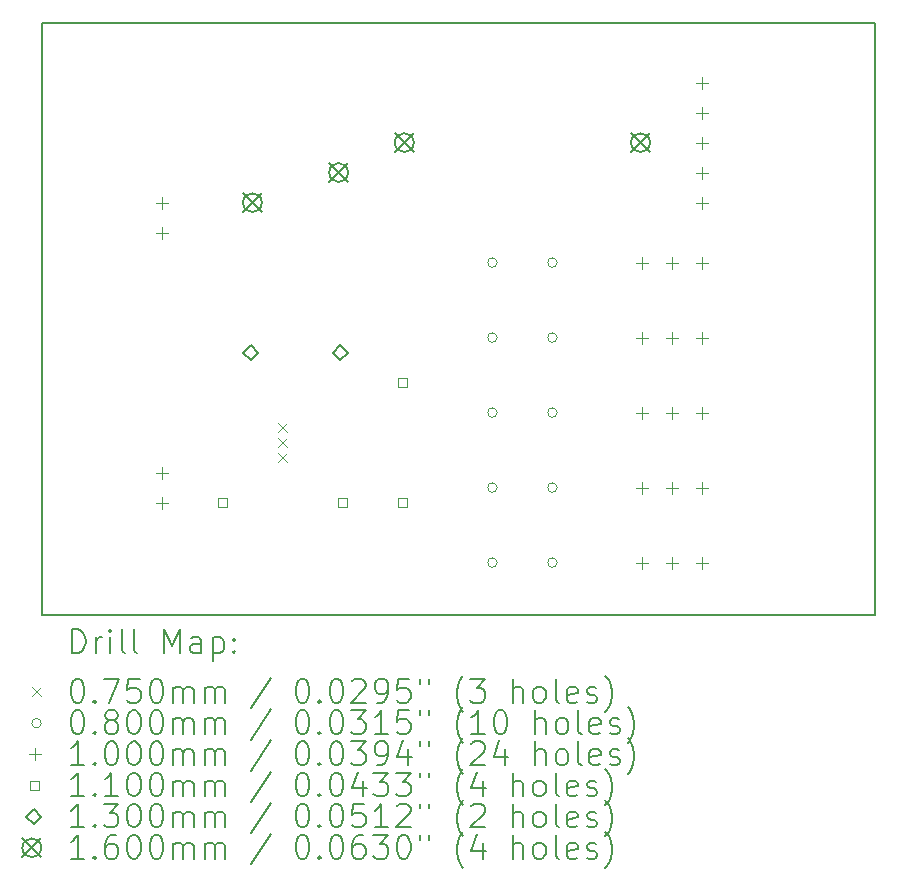
<source format=gbr>
%TF.GenerationSoftware,KiCad,Pcbnew,7.0.9*%
%TF.CreationDate,2024-02-06T23:46:42-08:00*%
%TF.ProjectId,AaronMotorDriver,4161726f-6e4d-46f7-946f-724472697665,rev?*%
%TF.SameCoordinates,Original*%
%TF.FileFunction,Drillmap*%
%TF.FilePolarity,Positive*%
%FSLAX45Y45*%
G04 Gerber Fmt 4.5, Leading zero omitted, Abs format (unit mm)*
G04 Created by KiCad (PCBNEW 7.0.9) date 2024-02-06 23:46:42*
%MOMM*%
%LPD*%
G01*
G04 APERTURE LIST*
%ADD10C,0.200000*%
%ADD11C,0.100000*%
%ADD12C,0.110000*%
%ADD13C,0.130000*%
%ADD14C,0.160000*%
G04 APERTURE END LIST*
D10*
X16700500Y-7112000D02*
X16700500Y-12128500D01*
X9652000Y-7112000D02*
X16700500Y-7112000D01*
X9652000Y-12128500D02*
X9652000Y-7112000D01*
X16700500Y-12128500D02*
X9652000Y-12128500D01*
D11*
X11646500Y-10503500D02*
X11721500Y-10578500D01*
X11721500Y-10503500D02*
X11646500Y-10578500D01*
X11646500Y-10630500D02*
X11721500Y-10705500D01*
X11721500Y-10630500D02*
X11646500Y-10705500D01*
X11646500Y-10757500D02*
X11721500Y-10832500D01*
X11721500Y-10757500D02*
X11646500Y-10832500D01*
X13502000Y-9144000D02*
G75*
G03*
X13502000Y-9144000I-40000J0D01*
G01*
X13502000Y-9779000D02*
G75*
G03*
X13502000Y-9779000I-40000J0D01*
G01*
X13502000Y-10414000D02*
G75*
G03*
X13502000Y-10414000I-40000J0D01*
G01*
X13502000Y-11049000D02*
G75*
G03*
X13502000Y-11049000I-40000J0D01*
G01*
X13502000Y-11684000D02*
G75*
G03*
X13502000Y-11684000I-40000J0D01*
G01*
X14010000Y-9144000D02*
G75*
G03*
X14010000Y-9144000I-40000J0D01*
G01*
X14010000Y-9779000D02*
G75*
G03*
X14010000Y-9779000I-40000J0D01*
G01*
X14010000Y-10414000D02*
G75*
G03*
X14010000Y-10414000I-40000J0D01*
G01*
X14010000Y-11049000D02*
G75*
G03*
X14010000Y-11049000I-40000J0D01*
G01*
X14010000Y-11684000D02*
G75*
G03*
X14010000Y-11684000I-40000J0D01*
G01*
X10668000Y-8586000D02*
X10668000Y-8686000D01*
X10618000Y-8636000D02*
X10718000Y-8636000D01*
X10668000Y-8840000D02*
X10668000Y-8940000D01*
X10618000Y-8890000D02*
X10718000Y-8890000D01*
X10668000Y-10872000D02*
X10668000Y-10972000D01*
X10618000Y-10922000D02*
X10718000Y-10922000D01*
X10668000Y-11126000D02*
X10668000Y-11226000D01*
X10618000Y-11176000D02*
X10718000Y-11176000D01*
X14732000Y-9094000D02*
X14732000Y-9194000D01*
X14682000Y-9144000D02*
X14782000Y-9144000D01*
X14732000Y-9729000D02*
X14732000Y-9829000D01*
X14682000Y-9779000D02*
X14782000Y-9779000D01*
X14732000Y-10364000D02*
X14732000Y-10464000D01*
X14682000Y-10414000D02*
X14782000Y-10414000D01*
X14732000Y-10999000D02*
X14732000Y-11099000D01*
X14682000Y-11049000D02*
X14782000Y-11049000D01*
X14732000Y-11634000D02*
X14732000Y-11734000D01*
X14682000Y-11684000D02*
X14782000Y-11684000D01*
X14986000Y-9094000D02*
X14986000Y-9194000D01*
X14936000Y-9144000D02*
X15036000Y-9144000D01*
X14986000Y-9729000D02*
X14986000Y-9829000D01*
X14936000Y-9779000D02*
X15036000Y-9779000D01*
X14986000Y-10364000D02*
X14986000Y-10464000D01*
X14936000Y-10414000D02*
X15036000Y-10414000D01*
X14986000Y-10999000D02*
X14986000Y-11099000D01*
X14936000Y-11049000D02*
X15036000Y-11049000D01*
X14986000Y-11634000D02*
X14986000Y-11734000D01*
X14936000Y-11684000D02*
X15036000Y-11684000D01*
X15240000Y-7570000D02*
X15240000Y-7670000D01*
X15190000Y-7620000D02*
X15290000Y-7620000D01*
X15240000Y-7824000D02*
X15240000Y-7924000D01*
X15190000Y-7874000D02*
X15290000Y-7874000D01*
X15240000Y-8078000D02*
X15240000Y-8178000D01*
X15190000Y-8128000D02*
X15290000Y-8128000D01*
X15240000Y-8332000D02*
X15240000Y-8432000D01*
X15190000Y-8382000D02*
X15290000Y-8382000D01*
X15240000Y-8586000D02*
X15240000Y-8686000D01*
X15190000Y-8636000D02*
X15290000Y-8636000D01*
X15240000Y-9094000D02*
X15240000Y-9194000D01*
X15190000Y-9144000D02*
X15290000Y-9144000D01*
X15240000Y-9729000D02*
X15240000Y-9829000D01*
X15190000Y-9779000D02*
X15290000Y-9779000D01*
X15240000Y-10364000D02*
X15240000Y-10464000D01*
X15190000Y-10414000D02*
X15290000Y-10414000D01*
X15240000Y-10999000D02*
X15240000Y-11099000D01*
X15190000Y-11049000D02*
X15290000Y-11049000D01*
X15240000Y-11634000D02*
X15240000Y-11734000D01*
X15190000Y-11684000D02*
X15290000Y-11684000D01*
D12*
X11214891Y-11214891D02*
X11214891Y-11137109D01*
X11137109Y-11137109D01*
X11137109Y-11214891D01*
X11214891Y-11214891D01*
X12230891Y-11214891D02*
X12230891Y-11137109D01*
X12153109Y-11137109D01*
X12153109Y-11214891D01*
X12230891Y-11214891D01*
X12738891Y-10198891D02*
X12738891Y-10121109D01*
X12661109Y-10121109D01*
X12661109Y-10198891D01*
X12738891Y-10198891D01*
X12738891Y-11214891D02*
X12738891Y-11137109D01*
X12661109Y-11137109D01*
X12661109Y-11214891D01*
X12738891Y-11214891D01*
D13*
X11415000Y-9971000D02*
X11480000Y-9906000D01*
X11415000Y-9841000D01*
X11350000Y-9906000D01*
X11415000Y-9971000D01*
X12175000Y-9971000D02*
X12240000Y-9906000D01*
X12175000Y-9841000D01*
X12110000Y-9906000D01*
X12175000Y-9971000D01*
D14*
X11350000Y-8556000D02*
X11510000Y-8716000D01*
X11510000Y-8556000D02*
X11350000Y-8716000D01*
X11510000Y-8636000D02*
G75*
G03*
X11510000Y-8636000I-80000J0D01*
G01*
X12080000Y-8301000D02*
X12240000Y-8461000D01*
X12240000Y-8301000D02*
X12080000Y-8461000D01*
X12240000Y-8381000D02*
G75*
G03*
X12240000Y-8381000I-80000J0D01*
G01*
X12636000Y-8048000D02*
X12796000Y-8208000D01*
X12796000Y-8048000D02*
X12636000Y-8208000D01*
X12796000Y-8128000D02*
G75*
G03*
X12796000Y-8128000I-80000J0D01*
G01*
X14636000Y-8048000D02*
X14796000Y-8208000D01*
X14796000Y-8048000D02*
X14636000Y-8208000D01*
X14796000Y-8128000D02*
G75*
G03*
X14796000Y-8128000I-80000J0D01*
G01*
D10*
X9902777Y-12449984D02*
X9902777Y-12249984D01*
X9902777Y-12249984D02*
X9950396Y-12249984D01*
X9950396Y-12249984D02*
X9978967Y-12259508D01*
X9978967Y-12259508D02*
X9998015Y-12278555D01*
X9998015Y-12278555D02*
X10007539Y-12297603D01*
X10007539Y-12297603D02*
X10017063Y-12335698D01*
X10017063Y-12335698D02*
X10017063Y-12364269D01*
X10017063Y-12364269D02*
X10007539Y-12402365D01*
X10007539Y-12402365D02*
X9998015Y-12421412D01*
X9998015Y-12421412D02*
X9978967Y-12440460D01*
X9978967Y-12440460D02*
X9950396Y-12449984D01*
X9950396Y-12449984D02*
X9902777Y-12449984D01*
X10102777Y-12449984D02*
X10102777Y-12316650D01*
X10102777Y-12354746D02*
X10112301Y-12335698D01*
X10112301Y-12335698D02*
X10121824Y-12326174D01*
X10121824Y-12326174D02*
X10140872Y-12316650D01*
X10140872Y-12316650D02*
X10159920Y-12316650D01*
X10226586Y-12449984D02*
X10226586Y-12316650D01*
X10226586Y-12249984D02*
X10217063Y-12259508D01*
X10217063Y-12259508D02*
X10226586Y-12269031D01*
X10226586Y-12269031D02*
X10236110Y-12259508D01*
X10236110Y-12259508D02*
X10226586Y-12249984D01*
X10226586Y-12249984D02*
X10226586Y-12269031D01*
X10350396Y-12449984D02*
X10331348Y-12440460D01*
X10331348Y-12440460D02*
X10321824Y-12421412D01*
X10321824Y-12421412D02*
X10321824Y-12249984D01*
X10455158Y-12449984D02*
X10436110Y-12440460D01*
X10436110Y-12440460D02*
X10426586Y-12421412D01*
X10426586Y-12421412D02*
X10426586Y-12249984D01*
X10683729Y-12449984D02*
X10683729Y-12249984D01*
X10683729Y-12249984D02*
X10750396Y-12392841D01*
X10750396Y-12392841D02*
X10817063Y-12249984D01*
X10817063Y-12249984D02*
X10817063Y-12449984D01*
X10998015Y-12449984D02*
X10998015Y-12345222D01*
X10998015Y-12345222D02*
X10988491Y-12326174D01*
X10988491Y-12326174D02*
X10969444Y-12316650D01*
X10969444Y-12316650D02*
X10931348Y-12316650D01*
X10931348Y-12316650D02*
X10912301Y-12326174D01*
X10998015Y-12440460D02*
X10978967Y-12449984D01*
X10978967Y-12449984D02*
X10931348Y-12449984D01*
X10931348Y-12449984D02*
X10912301Y-12440460D01*
X10912301Y-12440460D02*
X10902777Y-12421412D01*
X10902777Y-12421412D02*
X10902777Y-12402365D01*
X10902777Y-12402365D02*
X10912301Y-12383317D01*
X10912301Y-12383317D02*
X10931348Y-12373793D01*
X10931348Y-12373793D02*
X10978967Y-12373793D01*
X10978967Y-12373793D02*
X10998015Y-12364269D01*
X11093253Y-12316650D02*
X11093253Y-12516650D01*
X11093253Y-12326174D02*
X11112301Y-12316650D01*
X11112301Y-12316650D02*
X11150396Y-12316650D01*
X11150396Y-12316650D02*
X11169444Y-12326174D01*
X11169444Y-12326174D02*
X11178967Y-12335698D01*
X11178967Y-12335698D02*
X11188491Y-12354746D01*
X11188491Y-12354746D02*
X11188491Y-12411888D01*
X11188491Y-12411888D02*
X11178967Y-12430936D01*
X11178967Y-12430936D02*
X11169444Y-12440460D01*
X11169444Y-12440460D02*
X11150396Y-12449984D01*
X11150396Y-12449984D02*
X11112301Y-12449984D01*
X11112301Y-12449984D02*
X11093253Y-12440460D01*
X11274205Y-12430936D02*
X11283729Y-12440460D01*
X11283729Y-12440460D02*
X11274205Y-12449984D01*
X11274205Y-12449984D02*
X11264682Y-12440460D01*
X11264682Y-12440460D02*
X11274205Y-12430936D01*
X11274205Y-12430936D02*
X11274205Y-12449984D01*
X11274205Y-12326174D02*
X11283729Y-12335698D01*
X11283729Y-12335698D02*
X11274205Y-12345222D01*
X11274205Y-12345222D02*
X11264682Y-12335698D01*
X11264682Y-12335698D02*
X11274205Y-12326174D01*
X11274205Y-12326174D02*
X11274205Y-12345222D01*
D11*
X9567000Y-12741000D02*
X9642000Y-12816000D01*
X9642000Y-12741000D02*
X9567000Y-12816000D01*
D10*
X9940872Y-12669984D02*
X9959920Y-12669984D01*
X9959920Y-12669984D02*
X9978967Y-12679508D01*
X9978967Y-12679508D02*
X9988491Y-12689031D01*
X9988491Y-12689031D02*
X9998015Y-12708079D01*
X9998015Y-12708079D02*
X10007539Y-12746174D01*
X10007539Y-12746174D02*
X10007539Y-12793793D01*
X10007539Y-12793793D02*
X9998015Y-12831888D01*
X9998015Y-12831888D02*
X9988491Y-12850936D01*
X9988491Y-12850936D02*
X9978967Y-12860460D01*
X9978967Y-12860460D02*
X9959920Y-12869984D01*
X9959920Y-12869984D02*
X9940872Y-12869984D01*
X9940872Y-12869984D02*
X9921824Y-12860460D01*
X9921824Y-12860460D02*
X9912301Y-12850936D01*
X9912301Y-12850936D02*
X9902777Y-12831888D01*
X9902777Y-12831888D02*
X9893253Y-12793793D01*
X9893253Y-12793793D02*
X9893253Y-12746174D01*
X9893253Y-12746174D02*
X9902777Y-12708079D01*
X9902777Y-12708079D02*
X9912301Y-12689031D01*
X9912301Y-12689031D02*
X9921824Y-12679508D01*
X9921824Y-12679508D02*
X9940872Y-12669984D01*
X10093253Y-12850936D02*
X10102777Y-12860460D01*
X10102777Y-12860460D02*
X10093253Y-12869984D01*
X10093253Y-12869984D02*
X10083729Y-12860460D01*
X10083729Y-12860460D02*
X10093253Y-12850936D01*
X10093253Y-12850936D02*
X10093253Y-12869984D01*
X10169444Y-12669984D02*
X10302777Y-12669984D01*
X10302777Y-12669984D02*
X10217063Y-12869984D01*
X10474205Y-12669984D02*
X10378967Y-12669984D01*
X10378967Y-12669984D02*
X10369444Y-12765222D01*
X10369444Y-12765222D02*
X10378967Y-12755698D01*
X10378967Y-12755698D02*
X10398015Y-12746174D01*
X10398015Y-12746174D02*
X10445634Y-12746174D01*
X10445634Y-12746174D02*
X10464682Y-12755698D01*
X10464682Y-12755698D02*
X10474205Y-12765222D01*
X10474205Y-12765222D02*
X10483729Y-12784269D01*
X10483729Y-12784269D02*
X10483729Y-12831888D01*
X10483729Y-12831888D02*
X10474205Y-12850936D01*
X10474205Y-12850936D02*
X10464682Y-12860460D01*
X10464682Y-12860460D02*
X10445634Y-12869984D01*
X10445634Y-12869984D02*
X10398015Y-12869984D01*
X10398015Y-12869984D02*
X10378967Y-12860460D01*
X10378967Y-12860460D02*
X10369444Y-12850936D01*
X10607539Y-12669984D02*
X10626586Y-12669984D01*
X10626586Y-12669984D02*
X10645634Y-12679508D01*
X10645634Y-12679508D02*
X10655158Y-12689031D01*
X10655158Y-12689031D02*
X10664682Y-12708079D01*
X10664682Y-12708079D02*
X10674205Y-12746174D01*
X10674205Y-12746174D02*
X10674205Y-12793793D01*
X10674205Y-12793793D02*
X10664682Y-12831888D01*
X10664682Y-12831888D02*
X10655158Y-12850936D01*
X10655158Y-12850936D02*
X10645634Y-12860460D01*
X10645634Y-12860460D02*
X10626586Y-12869984D01*
X10626586Y-12869984D02*
X10607539Y-12869984D01*
X10607539Y-12869984D02*
X10588491Y-12860460D01*
X10588491Y-12860460D02*
X10578967Y-12850936D01*
X10578967Y-12850936D02*
X10569444Y-12831888D01*
X10569444Y-12831888D02*
X10559920Y-12793793D01*
X10559920Y-12793793D02*
X10559920Y-12746174D01*
X10559920Y-12746174D02*
X10569444Y-12708079D01*
X10569444Y-12708079D02*
X10578967Y-12689031D01*
X10578967Y-12689031D02*
X10588491Y-12679508D01*
X10588491Y-12679508D02*
X10607539Y-12669984D01*
X10759920Y-12869984D02*
X10759920Y-12736650D01*
X10759920Y-12755698D02*
X10769444Y-12746174D01*
X10769444Y-12746174D02*
X10788491Y-12736650D01*
X10788491Y-12736650D02*
X10817063Y-12736650D01*
X10817063Y-12736650D02*
X10836110Y-12746174D01*
X10836110Y-12746174D02*
X10845634Y-12765222D01*
X10845634Y-12765222D02*
X10845634Y-12869984D01*
X10845634Y-12765222D02*
X10855158Y-12746174D01*
X10855158Y-12746174D02*
X10874205Y-12736650D01*
X10874205Y-12736650D02*
X10902777Y-12736650D01*
X10902777Y-12736650D02*
X10921825Y-12746174D01*
X10921825Y-12746174D02*
X10931348Y-12765222D01*
X10931348Y-12765222D02*
X10931348Y-12869984D01*
X11026586Y-12869984D02*
X11026586Y-12736650D01*
X11026586Y-12755698D02*
X11036110Y-12746174D01*
X11036110Y-12746174D02*
X11055158Y-12736650D01*
X11055158Y-12736650D02*
X11083729Y-12736650D01*
X11083729Y-12736650D02*
X11102777Y-12746174D01*
X11102777Y-12746174D02*
X11112301Y-12765222D01*
X11112301Y-12765222D02*
X11112301Y-12869984D01*
X11112301Y-12765222D02*
X11121825Y-12746174D01*
X11121825Y-12746174D02*
X11140872Y-12736650D01*
X11140872Y-12736650D02*
X11169444Y-12736650D01*
X11169444Y-12736650D02*
X11188491Y-12746174D01*
X11188491Y-12746174D02*
X11198015Y-12765222D01*
X11198015Y-12765222D02*
X11198015Y-12869984D01*
X11588491Y-12660460D02*
X11417063Y-12917603D01*
X11845634Y-12669984D02*
X11864682Y-12669984D01*
X11864682Y-12669984D02*
X11883729Y-12679508D01*
X11883729Y-12679508D02*
X11893253Y-12689031D01*
X11893253Y-12689031D02*
X11902777Y-12708079D01*
X11902777Y-12708079D02*
X11912301Y-12746174D01*
X11912301Y-12746174D02*
X11912301Y-12793793D01*
X11912301Y-12793793D02*
X11902777Y-12831888D01*
X11902777Y-12831888D02*
X11893253Y-12850936D01*
X11893253Y-12850936D02*
X11883729Y-12860460D01*
X11883729Y-12860460D02*
X11864682Y-12869984D01*
X11864682Y-12869984D02*
X11845634Y-12869984D01*
X11845634Y-12869984D02*
X11826586Y-12860460D01*
X11826586Y-12860460D02*
X11817063Y-12850936D01*
X11817063Y-12850936D02*
X11807539Y-12831888D01*
X11807539Y-12831888D02*
X11798015Y-12793793D01*
X11798015Y-12793793D02*
X11798015Y-12746174D01*
X11798015Y-12746174D02*
X11807539Y-12708079D01*
X11807539Y-12708079D02*
X11817063Y-12689031D01*
X11817063Y-12689031D02*
X11826586Y-12679508D01*
X11826586Y-12679508D02*
X11845634Y-12669984D01*
X11998015Y-12850936D02*
X12007539Y-12860460D01*
X12007539Y-12860460D02*
X11998015Y-12869984D01*
X11998015Y-12869984D02*
X11988491Y-12860460D01*
X11988491Y-12860460D02*
X11998015Y-12850936D01*
X11998015Y-12850936D02*
X11998015Y-12869984D01*
X12131348Y-12669984D02*
X12150396Y-12669984D01*
X12150396Y-12669984D02*
X12169444Y-12679508D01*
X12169444Y-12679508D02*
X12178967Y-12689031D01*
X12178967Y-12689031D02*
X12188491Y-12708079D01*
X12188491Y-12708079D02*
X12198015Y-12746174D01*
X12198015Y-12746174D02*
X12198015Y-12793793D01*
X12198015Y-12793793D02*
X12188491Y-12831888D01*
X12188491Y-12831888D02*
X12178967Y-12850936D01*
X12178967Y-12850936D02*
X12169444Y-12860460D01*
X12169444Y-12860460D02*
X12150396Y-12869984D01*
X12150396Y-12869984D02*
X12131348Y-12869984D01*
X12131348Y-12869984D02*
X12112301Y-12860460D01*
X12112301Y-12860460D02*
X12102777Y-12850936D01*
X12102777Y-12850936D02*
X12093253Y-12831888D01*
X12093253Y-12831888D02*
X12083729Y-12793793D01*
X12083729Y-12793793D02*
X12083729Y-12746174D01*
X12083729Y-12746174D02*
X12093253Y-12708079D01*
X12093253Y-12708079D02*
X12102777Y-12689031D01*
X12102777Y-12689031D02*
X12112301Y-12679508D01*
X12112301Y-12679508D02*
X12131348Y-12669984D01*
X12274206Y-12689031D02*
X12283729Y-12679508D01*
X12283729Y-12679508D02*
X12302777Y-12669984D01*
X12302777Y-12669984D02*
X12350396Y-12669984D01*
X12350396Y-12669984D02*
X12369444Y-12679508D01*
X12369444Y-12679508D02*
X12378967Y-12689031D01*
X12378967Y-12689031D02*
X12388491Y-12708079D01*
X12388491Y-12708079D02*
X12388491Y-12727127D01*
X12388491Y-12727127D02*
X12378967Y-12755698D01*
X12378967Y-12755698D02*
X12264682Y-12869984D01*
X12264682Y-12869984D02*
X12388491Y-12869984D01*
X12483729Y-12869984D02*
X12521825Y-12869984D01*
X12521825Y-12869984D02*
X12540872Y-12860460D01*
X12540872Y-12860460D02*
X12550396Y-12850936D01*
X12550396Y-12850936D02*
X12569444Y-12822365D01*
X12569444Y-12822365D02*
X12578967Y-12784269D01*
X12578967Y-12784269D02*
X12578967Y-12708079D01*
X12578967Y-12708079D02*
X12569444Y-12689031D01*
X12569444Y-12689031D02*
X12559920Y-12679508D01*
X12559920Y-12679508D02*
X12540872Y-12669984D01*
X12540872Y-12669984D02*
X12502777Y-12669984D01*
X12502777Y-12669984D02*
X12483729Y-12679508D01*
X12483729Y-12679508D02*
X12474206Y-12689031D01*
X12474206Y-12689031D02*
X12464682Y-12708079D01*
X12464682Y-12708079D02*
X12464682Y-12755698D01*
X12464682Y-12755698D02*
X12474206Y-12774746D01*
X12474206Y-12774746D02*
X12483729Y-12784269D01*
X12483729Y-12784269D02*
X12502777Y-12793793D01*
X12502777Y-12793793D02*
X12540872Y-12793793D01*
X12540872Y-12793793D02*
X12559920Y-12784269D01*
X12559920Y-12784269D02*
X12569444Y-12774746D01*
X12569444Y-12774746D02*
X12578967Y-12755698D01*
X12759920Y-12669984D02*
X12664682Y-12669984D01*
X12664682Y-12669984D02*
X12655158Y-12765222D01*
X12655158Y-12765222D02*
X12664682Y-12755698D01*
X12664682Y-12755698D02*
X12683729Y-12746174D01*
X12683729Y-12746174D02*
X12731348Y-12746174D01*
X12731348Y-12746174D02*
X12750396Y-12755698D01*
X12750396Y-12755698D02*
X12759920Y-12765222D01*
X12759920Y-12765222D02*
X12769444Y-12784269D01*
X12769444Y-12784269D02*
X12769444Y-12831888D01*
X12769444Y-12831888D02*
X12759920Y-12850936D01*
X12759920Y-12850936D02*
X12750396Y-12860460D01*
X12750396Y-12860460D02*
X12731348Y-12869984D01*
X12731348Y-12869984D02*
X12683729Y-12869984D01*
X12683729Y-12869984D02*
X12664682Y-12860460D01*
X12664682Y-12860460D02*
X12655158Y-12850936D01*
X12845634Y-12669984D02*
X12845634Y-12708079D01*
X12921825Y-12669984D02*
X12921825Y-12708079D01*
X13217063Y-12946174D02*
X13207539Y-12936650D01*
X13207539Y-12936650D02*
X13188491Y-12908079D01*
X13188491Y-12908079D02*
X13178968Y-12889031D01*
X13178968Y-12889031D02*
X13169444Y-12860460D01*
X13169444Y-12860460D02*
X13159920Y-12812841D01*
X13159920Y-12812841D02*
X13159920Y-12774746D01*
X13159920Y-12774746D02*
X13169444Y-12727127D01*
X13169444Y-12727127D02*
X13178968Y-12698555D01*
X13178968Y-12698555D02*
X13188491Y-12679508D01*
X13188491Y-12679508D02*
X13207539Y-12650936D01*
X13207539Y-12650936D02*
X13217063Y-12641412D01*
X13274206Y-12669984D02*
X13398015Y-12669984D01*
X13398015Y-12669984D02*
X13331348Y-12746174D01*
X13331348Y-12746174D02*
X13359920Y-12746174D01*
X13359920Y-12746174D02*
X13378968Y-12755698D01*
X13378968Y-12755698D02*
X13388491Y-12765222D01*
X13388491Y-12765222D02*
X13398015Y-12784269D01*
X13398015Y-12784269D02*
X13398015Y-12831888D01*
X13398015Y-12831888D02*
X13388491Y-12850936D01*
X13388491Y-12850936D02*
X13378968Y-12860460D01*
X13378968Y-12860460D02*
X13359920Y-12869984D01*
X13359920Y-12869984D02*
X13302777Y-12869984D01*
X13302777Y-12869984D02*
X13283729Y-12860460D01*
X13283729Y-12860460D02*
X13274206Y-12850936D01*
X13636110Y-12869984D02*
X13636110Y-12669984D01*
X13721825Y-12869984D02*
X13721825Y-12765222D01*
X13721825Y-12765222D02*
X13712301Y-12746174D01*
X13712301Y-12746174D02*
X13693253Y-12736650D01*
X13693253Y-12736650D02*
X13664682Y-12736650D01*
X13664682Y-12736650D02*
X13645634Y-12746174D01*
X13645634Y-12746174D02*
X13636110Y-12755698D01*
X13845634Y-12869984D02*
X13826587Y-12860460D01*
X13826587Y-12860460D02*
X13817063Y-12850936D01*
X13817063Y-12850936D02*
X13807539Y-12831888D01*
X13807539Y-12831888D02*
X13807539Y-12774746D01*
X13807539Y-12774746D02*
X13817063Y-12755698D01*
X13817063Y-12755698D02*
X13826587Y-12746174D01*
X13826587Y-12746174D02*
X13845634Y-12736650D01*
X13845634Y-12736650D02*
X13874206Y-12736650D01*
X13874206Y-12736650D02*
X13893253Y-12746174D01*
X13893253Y-12746174D02*
X13902777Y-12755698D01*
X13902777Y-12755698D02*
X13912301Y-12774746D01*
X13912301Y-12774746D02*
X13912301Y-12831888D01*
X13912301Y-12831888D02*
X13902777Y-12850936D01*
X13902777Y-12850936D02*
X13893253Y-12860460D01*
X13893253Y-12860460D02*
X13874206Y-12869984D01*
X13874206Y-12869984D02*
X13845634Y-12869984D01*
X14026587Y-12869984D02*
X14007539Y-12860460D01*
X14007539Y-12860460D02*
X13998015Y-12841412D01*
X13998015Y-12841412D02*
X13998015Y-12669984D01*
X14178968Y-12860460D02*
X14159920Y-12869984D01*
X14159920Y-12869984D02*
X14121825Y-12869984D01*
X14121825Y-12869984D02*
X14102777Y-12860460D01*
X14102777Y-12860460D02*
X14093253Y-12841412D01*
X14093253Y-12841412D02*
X14093253Y-12765222D01*
X14093253Y-12765222D02*
X14102777Y-12746174D01*
X14102777Y-12746174D02*
X14121825Y-12736650D01*
X14121825Y-12736650D02*
X14159920Y-12736650D01*
X14159920Y-12736650D02*
X14178968Y-12746174D01*
X14178968Y-12746174D02*
X14188491Y-12765222D01*
X14188491Y-12765222D02*
X14188491Y-12784269D01*
X14188491Y-12784269D02*
X14093253Y-12803317D01*
X14264682Y-12860460D02*
X14283730Y-12869984D01*
X14283730Y-12869984D02*
X14321825Y-12869984D01*
X14321825Y-12869984D02*
X14340872Y-12860460D01*
X14340872Y-12860460D02*
X14350396Y-12841412D01*
X14350396Y-12841412D02*
X14350396Y-12831888D01*
X14350396Y-12831888D02*
X14340872Y-12812841D01*
X14340872Y-12812841D02*
X14321825Y-12803317D01*
X14321825Y-12803317D02*
X14293253Y-12803317D01*
X14293253Y-12803317D02*
X14274206Y-12793793D01*
X14274206Y-12793793D02*
X14264682Y-12774746D01*
X14264682Y-12774746D02*
X14264682Y-12765222D01*
X14264682Y-12765222D02*
X14274206Y-12746174D01*
X14274206Y-12746174D02*
X14293253Y-12736650D01*
X14293253Y-12736650D02*
X14321825Y-12736650D01*
X14321825Y-12736650D02*
X14340872Y-12746174D01*
X14417063Y-12946174D02*
X14426587Y-12936650D01*
X14426587Y-12936650D02*
X14445634Y-12908079D01*
X14445634Y-12908079D02*
X14455158Y-12889031D01*
X14455158Y-12889031D02*
X14464682Y-12860460D01*
X14464682Y-12860460D02*
X14474206Y-12812841D01*
X14474206Y-12812841D02*
X14474206Y-12774746D01*
X14474206Y-12774746D02*
X14464682Y-12727127D01*
X14464682Y-12727127D02*
X14455158Y-12698555D01*
X14455158Y-12698555D02*
X14445634Y-12679508D01*
X14445634Y-12679508D02*
X14426587Y-12650936D01*
X14426587Y-12650936D02*
X14417063Y-12641412D01*
D11*
X9642000Y-13042500D02*
G75*
G03*
X9642000Y-13042500I-40000J0D01*
G01*
D10*
X9940872Y-12933984D02*
X9959920Y-12933984D01*
X9959920Y-12933984D02*
X9978967Y-12943508D01*
X9978967Y-12943508D02*
X9988491Y-12953031D01*
X9988491Y-12953031D02*
X9998015Y-12972079D01*
X9998015Y-12972079D02*
X10007539Y-13010174D01*
X10007539Y-13010174D02*
X10007539Y-13057793D01*
X10007539Y-13057793D02*
X9998015Y-13095888D01*
X9998015Y-13095888D02*
X9988491Y-13114936D01*
X9988491Y-13114936D02*
X9978967Y-13124460D01*
X9978967Y-13124460D02*
X9959920Y-13133984D01*
X9959920Y-13133984D02*
X9940872Y-13133984D01*
X9940872Y-13133984D02*
X9921824Y-13124460D01*
X9921824Y-13124460D02*
X9912301Y-13114936D01*
X9912301Y-13114936D02*
X9902777Y-13095888D01*
X9902777Y-13095888D02*
X9893253Y-13057793D01*
X9893253Y-13057793D02*
X9893253Y-13010174D01*
X9893253Y-13010174D02*
X9902777Y-12972079D01*
X9902777Y-12972079D02*
X9912301Y-12953031D01*
X9912301Y-12953031D02*
X9921824Y-12943508D01*
X9921824Y-12943508D02*
X9940872Y-12933984D01*
X10093253Y-13114936D02*
X10102777Y-13124460D01*
X10102777Y-13124460D02*
X10093253Y-13133984D01*
X10093253Y-13133984D02*
X10083729Y-13124460D01*
X10083729Y-13124460D02*
X10093253Y-13114936D01*
X10093253Y-13114936D02*
X10093253Y-13133984D01*
X10217063Y-13019698D02*
X10198015Y-13010174D01*
X10198015Y-13010174D02*
X10188491Y-13000650D01*
X10188491Y-13000650D02*
X10178967Y-12981603D01*
X10178967Y-12981603D02*
X10178967Y-12972079D01*
X10178967Y-12972079D02*
X10188491Y-12953031D01*
X10188491Y-12953031D02*
X10198015Y-12943508D01*
X10198015Y-12943508D02*
X10217063Y-12933984D01*
X10217063Y-12933984D02*
X10255158Y-12933984D01*
X10255158Y-12933984D02*
X10274205Y-12943508D01*
X10274205Y-12943508D02*
X10283729Y-12953031D01*
X10283729Y-12953031D02*
X10293253Y-12972079D01*
X10293253Y-12972079D02*
X10293253Y-12981603D01*
X10293253Y-12981603D02*
X10283729Y-13000650D01*
X10283729Y-13000650D02*
X10274205Y-13010174D01*
X10274205Y-13010174D02*
X10255158Y-13019698D01*
X10255158Y-13019698D02*
X10217063Y-13019698D01*
X10217063Y-13019698D02*
X10198015Y-13029222D01*
X10198015Y-13029222D02*
X10188491Y-13038746D01*
X10188491Y-13038746D02*
X10178967Y-13057793D01*
X10178967Y-13057793D02*
X10178967Y-13095888D01*
X10178967Y-13095888D02*
X10188491Y-13114936D01*
X10188491Y-13114936D02*
X10198015Y-13124460D01*
X10198015Y-13124460D02*
X10217063Y-13133984D01*
X10217063Y-13133984D02*
X10255158Y-13133984D01*
X10255158Y-13133984D02*
X10274205Y-13124460D01*
X10274205Y-13124460D02*
X10283729Y-13114936D01*
X10283729Y-13114936D02*
X10293253Y-13095888D01*
X10293253Y-13095888D02*
X10293253Y-13057793D01*
X10293253Y-13057793D02*
X10283729Y-13038746D01*
X10283729Y-13038746D02*
X10274205Y-13029222D01*
X10274205Y-13029222D02*
X10255158Y-13019698D01*
X10417063Y-12933984D02*
X10436110Y-12933984D01*
X10436110Y-12933984D02*
X10455158Y-12943508D01*
X10455158Y-12943508D02*
X10464682Y-12953031D01*
X10464682Y-12953031D02*
X10474205Y-12972079D01*
X10474205Y-12972079D02*
X10483729Y-13010174D01*
X10483729Y-13010174D02*
X10483729Y-13057793D01*
X10483729Y-13057793D02*
X10474205Y-13095888D01*
X10474205Y-13095888D02*
X10464682Y-13114936D01*
X10464682Y-13114936D02*
X10455158Y-13124460D01*
X10455158Y-13124460D02*
X10436110Y-13133984D01*
X10436110Y-13133984D02*
X10417063Y-13133984D01*
X10417063Y-13133984D02*
X10398015Y-13124460D01*
X10398015Y-13124460D02*
X10388491Y-13114936D01*
X10388491Y-13114936D02*
X10378967Y-13095888D01*
X10378967Y-13095888D02*
X10369444Y-13057793D01*
X10369444Y-13057793D02*
X10369444Y-13010174D01*
X10369444Y-13010174D02*
X10378967Y-12972079D01*
X10378967Y-12972079D02*
X10388491Y-12953031D01*
X10388491Y-12953031D02*
X10398015Y-12943508D01*
X10398015Y-12943508D02*
X10417063Y-12933984D01*
X10607539Y-12933984D02*
X10626586Y-12933984D01*
X10626586Y-12933984D02*
X10645634Y-12943508D01*
X10645634Y-12943508D02*
X10655158Y-12953031D01*
X10655158Y-12953031D02*
X10664682Y-12972079D01*
X10664682Y-12972079D02*
X10674205Y-13010174D01*
X10674205Y-13010174D02*
X10674205Y-13057793D01*
X10674205Y-13057793D02*
X10664682Y-13095888D01*
X10664682Y-13095888D02*
X10655158Y-13114936D01*
X10655158Y-13114936D02*
X10645634Y-13124460D01*
X10645634Y-13124460D02*
X10626586Y-13133984D01*
X10626586Y-13133984D02*
X10607539Y-13133984D01*
X10607539Y-13133984D02*
X10588491Y-13124460D01*
X10588491Y-13124460D02*
X10578967Y-13114936D01*
X10578967Y-13114936D02*
X10569444Y-13095888D01*
X10569444Y-13095888D02*
X10559920Y-13057793D01*
X10559920Y-13057793D02*
X10559920Y-13010174D01*
X10559920Y-13010174D02*
X10569444Y-12972079D01*
X10569444Y-12972079D02*
X10578967Y-12953031D01*
X10578967Y-12953031D02*
X10588491Y-12943508D01*
X10588491Y-12943508D02*
X10607539Y-12933984D01*
X10759920Y-13133984D02*
X10759920Y-13000650D01*
X10759920Y-13019698D02*
X10769444Y-13010174D01*
X10769444Y-13010174D02*
X10788491Y-13000650D01*
X10788491Y-13000650D02*
X10817063Y-13000650D01*
X10817063Y-13000650D02*
X10836110Y-13010174D01*
X10836110Y-13010174D02*
X10845634Y-13029222D01*
X10845634Y-13029222D02*
X10845634Y-13133984D01*
X10845634Y-13029222D02*
X10855158Y-13010174D01*
X10855158Y-13010174D02*
X10874205Y-13000650D01*
X10874205Y-13000650D02*
X10902777Y-13000650D01*
X10902777Y-13000650D02*
X10921825Y-13010174D01*
X10921825Y-13010174D02*
X10931348Y-13029222D01*
X10931348Y-13029222D02*
X10931348Y-13133984D01*
X11026586Y-13133984D02*
X11026586Y-13000650D01*
X11026586Y-13019698D02*
X11036110Y-13010174D01*
X11036110Y-13010174D02*
X11055158Y-13000650D01*
X11055158Y-13000650D02*
X11083729Y-13000650D01*
X11083729Y-13000650D02*
X11102777Y-13010174D01*
X11102777Y-13010174D02*
X11112301Y-13029222D01*
X11112301Y-13029222D02*
X11112301Y-13133984D01*
X11112301Y-13029222D02*
X11121825Y-13010174D01*
X11121825Y-13010174D02*
X11140872Y-13000650D01*
X11140872Y-13000650D02*
X11169444Y-13000650D01*
X11169444Y-13000650D02*
X11188491Y-13010174D01*
X11188491Y-13010174D02*
X11198015Y-13029222D01*
X11198015Y-13029222D02*
X11198015Y-13133984D01*
X11588491Y-12924460D02*
X11417063Y-13181603D01*
X11845634Y-12933984D02*
X11864682Y-12933984D01*
X11864682Y-12933984D02*
X11883729Y-12943508D01*
X11883729Y-12943508D02*
X11893253Y-12953031D01*
X11893253Y-12953031D02*
X11902777Y-12972079D01*
X11902777Y-12972079D02*
X11912301Y-13010174D01*
X11912301Y-13010174D02*
X11912301Y-13057793D01*
X11912301Y-13057793D02*
X11902777Y-13095888D01*
X11902777Y-13095888D02*
X11893253Y-13114936D01*
X11893253Y-13114936D02*
X11883729Y-13124460D01*
X11883729Y-13124460D02*
X11864682Y-13133984D01*
X11864682Y-13133984D02*
X11845634Y-13133984D01*
X11845634Y-13133984D02*
X11826586Y-13124460D01*
X11826586Y-13124460D02*
X11817063Y-13114936D01*
X11817063Y-13114936D02*
X11807539Y-13095888D01*
X11807539Y-13095888D02*
X11798015Y-13057793D01*
X11798015Y-13057793D02*
X11798015Y-13010174D01*
X11798015Y-13010174D02*
X11807539Y-12972079D01*
X11807539Y-12972079D02*
X11817063Y-12953031D01*
X11817063Y-12953031D02*
X11826586Y-12943508D01*
X11826586Y-12943508D02*
X11845634Y-12933984D01*
X11998015Y-13114936D02*
X12007539Y-13124460D01*
X12007539Y-13124460D02*
X11998015Y-13133984D01*
X11998015Y-13133984D02*
X11988491Y-13124460D01*
X11988491Y-13124460D02*
X11998015Y-13114936D01*
X11998015Y-13114936D02*
X11998015Y-13133984D01*
X12131348Y-12933984D02*
X12150396Y-12933984D01*
X12150396Y-12933984D02*
X12169444Y-12943508D01*
X12169444Y-12943508D02*
X12178967Y-12953031D01*
X12178967Y-12953031D02*
X12188491Y-12972079D01*
X12188491Y-12972079D02*
X12198015Y-13010174D01*
X12198015Y-13010174D02*
X12198015Y-13057793D01*
X12198015Y-13057793D02*
X12188491Y-13095888D01*
X12188491Y-13095888D02*
X12178967Y-13114936D01*
X12178967Y-13114936D02*
X12169444Y-13124460D01*
X12169444Y-13124460D02*
X12150396Y-13133984D01*
X12150396Y-13133984D02*
X12131348Y-13133984D01*
X12131348Y-13133984D02*
X12112301Y-13124460D01*
X12112301Y-13124460D02*
X12102777Y-13114936D01*
X12102777Y-13114936D02*
X12093253Y-13095888D01*
X12093253Y-13095888D02*
X12083729Y-13057793D01*
X12083729Y-13057793D02*
X12083729Y-13010174D01*
X12083729Y-13010174D02*
X12093253Y-12972079D01*
X12093253Y-12972079D02*
X12102777Y-12953031D01*
X12102777Y-12953031D02*
X12112301Y-12943508D01*
X12112301Y-12943508D02*
X12131348Y-12933984D01*
X12264682Y-12933984D02*
X12388491Y-12933984D01*
X12388491Y-12933984D02*
X12321825Y-13010174D01*
X12321825Y-13010174D02*
X12350396Y-13010174D01*
X12350396Y-13010174D02*
X12369444Y-13019698D01*
X12369444Y-13019698D02*
X12378967Y-13029222D01*
X12378967Y-13029222D02*
X12388491Y-13048269D01*
X12388491Y-13048269D02*
X12388491Y-13095888D01*
X12388491Y-13095888D02*
X12378967Y-13114936D01*
X12378967Y-13114936D02*
X12369444Y-13124460D01*
X12369444Y-13124460D02*
X12350396Y-13133984D01*
X12350396Y-13133984D02*
X12293253Y-13133984D01*
X12293253Y-13133984D02*
X12274206Y-13124460D01*
X12274206Y-13124460D02*
X12264682Y-13114936D01*
X12578967Y-13133984D02*
X12464682Y-13133984D01*
X12521825Y-13133984D02*
X12521825Y-12933984D01*
X12521825Y-12933984D02*
X12502777Y-12962555D01*
X12502777Y-12962555D02*
X12483729Y-12981603D01*
X12483729Y-12981603D02*
X12464682Y-12991127D01*
X12759920Y-12933984D02*
X12664682Y-12933984D01*
X12664682Y-12933984D02*
X12655158Y-13029222D01*
X12655158Y-13029222D02*
X12664682Y-13019698D01*
X12664682Y-13019698D02*
X12683729Y-13010174D01*
X12683729Y-13010174D02*
X12731348Y-13010174D01*
X12731348Y-13010174D02*
X12750396Y-13019698D01*
X12750396Y-13019698D02*
X12759920Y-13029222D01*
X12759920Y-13029222D02*
X12769444Y-13048269D01*
X12769444Y-13048269D02*
X12769444Y-13095888D01*
X12769444Y-13095888D02*
X12759920Y-13114936D01*
X12759920Y-13114936D02*
X12750396Y-13124460D01*
X12750396Y-13124460D02*
X12731348Y-13133984D01*
X12731348Y-13133984D02*
X12683729Y-13133984D01*
X12683729Y-13133984D02*
X12664682Y-13124460D01*
X12664682Y-13124460D02*
X12655158Y-13114936D01*
X12845634Y-12933984D02*
X12845634Y-12972079D01*
X12921825Y-12933984D02*
X12921825Y-12972079D01*
X13217063Y-13210174D02*
X13207539Y-13200650D01*
X13207539Y-13200650D02*
X13188491Y-13172079D01*
X13188491Y-13172079D02*
X13178968Y-13153031D01*
X13178968Y-13153031D02*
X13169444Y-13124460D01*
X13169444Y-13124460D02*
X13159920Y-13076841D01*
X13159920Y-13076841D02*
X13159920Y-13038746D01*
X13159920Y-13038746D02*
X13169444Y-12991127D01*
X13169444Y-12991127D02*
X13178968Y-12962555D01*
X13178968Y-12962555D02*
X13188491Y-12943508D01*
X13188491Y-12943508D02*
X13207539Y-12914936D01*
X13207539Y-12914936D02*
X13217063Y-12905412D01*
X13398015Y-13133984D02*
X13283729Y-13133984D01*
X13340872Y-13133984D02*
X13340872Y-12933984D01*
X13340872Y-12933984D02*
X13321825Y-12962555D01*
X13321825Y-12962555D02*
X13302777Y-12981603D01*
X13302777Y-12981603D02*
X13283729Y-12991127D01*
X13521825Y-12933984D02*
X13540872Y-12933984D01*
X13540872Y-12933984D02*
X13559920Y-12943508D01*
X13559920Y-12943508D02*
X13569444Y-12953031D01*
X13569444Y-12953031D02*
X13578968Y-12972079D01*
X13578968Y-12972079D02*
X13588491Y-13010174D01*
X13588491Y-13010174D02*
X13588491Y-13057793D01*
X13588491Y-13057793D02*
X13578968Y-13095888D01*
X13578968Y-13095888D02*
X13569444Y-13114936D01*
X13569444Y-13114936D02*
X13559920Y-13124460D01*
X13559920Y-13124460D02*
X13540872Y-13133984D01*
X13540872Y-13133984D02*
X13521825Y-13133984D01*
X13521825Y-13133984D02*
X13502777Y-13124460D01*
X13502777Y-13124460D02*
X13493253Y-13114936D01*
X13493253Y-13114936D02*
X13483729Y-13095888D01*
X13483729Y-13095888D02*
X13474206Y-13057793D01*
X13474206Y-13057793D02*
X13474206Y-13010174D01*
X13474206Y-13010174D02*
X13483729Y-12972079D01*
X13483729Y-12972079D02*
X13493253Y-12953031D01*
X13493253Y-12953031D02*
X13502777Y-12943508D01*
X13502777Y-12943508D02*
X13521825Y-12933984D01*
X13826587Y-13133984D02*
X13826587Y-12933984D01*
X13912301Y-13133984D02*
X13912301Y-13029222D01*
X13912301Y-13029222D02*
X13902777Y-13010174D01*
X13902777Y-13010174D02*
X13883730Y-13000650D01*
X13883730Y-13000650D02*
X13855158Y-13000650D01*
X13855158Y-13000650D02*
X13836110Y-13010174D01*
X13836110Y-13010174D02*
X13826587Y-13019698D01*
X14036110Y-13133984D02*
X14017063Y-13124460D01*
X14017063Y-13124460D02*
X14007539Y-13114936D01*
X14007539Y-13114936D02*
X13998015Y-13095888D01*
X13998015Y-13095888D02*
X13998015Y-13038746D01*
X13998015Y-13038746D02*
X14007539Y-13019698D01*
X14007539Y-13019698D02*
X14017063Y-13010174D01*
X14017063Y-13010174D02*
X14036110Y-13000650D01*
X14036110Y-13000650D02*
X14064682Y-13000650D01*
X14064682Y-13000650D02*
X14083730Y-13010174D01*
X14083730Y-13010174D02*
X14093253Y-13019698D01*
X14093253Y-13019698D02*
X14102777Y-13038746D01*
X14102777Y-13038746D02*
X14102777Y-13095888D01*
X14102777Y-13095888D02*
X14093253Y-13114936D01*
X14093253Y-13114936D02*
X14083730Y-13124460D01*
X14083730Y-13124460D02*
X14064682Y-13133984D01*
X14064682Y-13133984D02*
X14036110Y-13133984D01*
X14217063Y-13133984D02*
X14198015Y-13124460D01*
X14198015Y-13124460D02*
X14188491Y-13105412D01*
X14188491Y-13105412D02*
X14188491Y-12933984D01*
X14369444Y-13124460D02*
X14350396Y-13133984D01*
X14350396Y-13133984D02*
X14312301Y-13133984D01*
X14312301Y-13133984D02*
X14293253Y-13124460D01*
X14293253Y-13124460D02*
X14283730Y-13105412D01*
X14283730Y-13105412D02*
X14283730Y-13029222D01*
X14283730Y-13029222D02*
X14293253Y-13010174D01*
X14293253Y-13010174D02*
X14312301Y-13000650D01*
X14312301Y-13000650D02*
X14350396Y-13000650D01*
X14350396Y-13000650D02*
X14369444Y-13010174D01*
X14369444Y-13010174D02*
X14378968Y-13029222D01*
X14378968Y-13029222D02*
X14378968Y-13048269D01*
X14378968Y-13048269D02*
X14283730Y-13067317D01*
X14455158Y-13124460D02*
X14474206Y-13133984D01*
X14474206Y-13133984D02*
X14512301Y-13133984D01*
X14512301Y-13133984D02*
X14531349Y-13124460D01*
X14531349Y-13124460D02*
X14540872Y-13105412D01*
X14540872Y-13105412D02*
X14540872Y-13095888D01*
X14540872Y-13095888D02*
X14531349Y-13076841D01*
X14531349Y-13076841D02*
X14512301Y-13067317D01*
X14512301Y-13067317D02*
X14483730Y-13067317D01*
X14483730Y-13067317D02*
X14464682Y-13057793D01*
X14464682Y-13057793D02*
X14455158Y-13038746D01*
X14455158Y-13038746D02*
X14455158Y-13029222D01*
X14455158Y-13029222D02*
X14464682Y-13010174D01*
X14464682Y-13010174D02*
X14483730Y-13000650D01*
X14483730Y-13000650D02*
X14512301Y-13000650D01*
X14512301Y-13000650D02*
X14531349Y-13010174D01*
X14607539Y-13210174D02*
X14617063Y-13200650D01*
X14617063Y-13200650D02*
X14636111Y-13172079D01*
X14636111Y-13172079D02*
X14645634Y-13153031D01*
X14645634Y-13153031D02*
X14655158Y-13124460D01*
X14655158Y-13124460D02*
X14664682Y-13076841D01*
X14664682Y-13076841D02*
X14664682Y-13038746D01*
X14664682Y-13038746D02*
X14655158Y-12991127D01*
X14655158Y-12991127D02*
X14645634Y-12962555D01*
X14645634Y-12962555D02*
X14636111Y-12943508D01*
X14636111Y-12943508D02*
X14617063Y-12914936D01*
X14617063Y-12914936D02*
X14607539Y-12905412D01*
D11*
X9592000Y-13256500D02*
X9592000Y-13356500D01*
X9542000Y-13306500D02*
X9642000Y-13306500D01*
D10*
X10007539Y-13397984D02*
X9893253Y-13397984D01*
X9950396Y-13397984D02*
X9950396Y-13197984D01*
X9950396Y-13197984D02*
X9931348Y-13226555D01*
X9931348Y-13226555D02*
X9912301Y-13245603D01*
X9912301Y-13245603D02*
X9893253Y-13255127D01*
X10093253Y-13378936D02*
X10102777Y-13388460D01*
X10102777Y-13388460D02*
X10093253Y-13397984D01*
X10093253Y-13397984D02*
X10083729Y-13388460D01*
X10083729Y-13388460D02*
X10093253Y-13378936D01*
X10093253Y-13378936D02*
X10093253Y-13397984D01*
X10226586Y-13197984D02*
X10245634Y-13197984D01*
X10245634Y-13197984D02*
X10264682Y-13207508D01*
X10264682Y-13207508D02*
X10274205Y-13217031D01*
X10274205Y-13217031D02*
X10283729Y-13236079D01*
X10283729Y-13236079D02*
X10293253Y-13274174D01*
X10293253Y-13274174D02*
X10293253Y-13321793D01*
X10293253Y-13321793D02*
X10283729Y-13359888D01*
X10283729Y-13359888D02*
X10274205Y-13378936D01*
X10274205Y-13378936D02*
X10264682Y-13388460D01*
X10264682Y-13388460D02*
X10245634Y-13397984D01*
X10245634Y-13397984D02*
X10226586Y-13397984D01*
X10226586Y-13397984D02*
X10207539Y-13388460D01*
X10207539Y-13388460D02*
X10198015Y-13378936D01*
X10198015Y-13378936D02*
X10188491Y-13359888D01*
X10188491Y-13359888D02*
X10178967Y-13321793D01*
X10178967Y-13321793D02*
X10178967Y-13274174D01*
X10178967Y-13274174D02*
X10188491Y-13236079D01*
X10188491Y-13236079D02*
X10198015Y-13217031D01*
X10198015Y-13217031D02*
X10207539Y-13207508D01*
X10207539Y-13207508D02*
X10226586Y-13197984D01*
X10417063Y-13197984D02*
X10436110Y-13197984D01*
X10436110Y-13197984D02*
X10455158Y-13207508D01*
X10455158Y-13207508D02*
X10464682Y-13217031D01*
X10464682Y-13217031D02*
X10474205Y-13236079D01*
X10474205Y-13236079D02*
X10483729Y-13274174D01*
X10483729Y-13274174D02*
X10483729Y-13321793D01*
X10483729Y-13321793D02*
X10474205Y-13359888D01*
X10474205Y-13359888D02*
X10464682Y-13378936D01*
X10464682Y-13378936D02*
X10455158Y-13388460D01*
X10455158Y-13388460D02*
X10436110Y-13397984D01*
X10436110Y-13397984D02*
X10417063Y-13397984D01*
X10417063Y-13397984D02*
X10398015Y-13388460D01*
X10398015Y-13388460D02*
X10388491Y-13378936D01*
X10388491Y-13378936D02*
X10378967Y-13359888D01*
X10378967Y-13359888D02*
X10369444Y-13321793D01*
X10369444Y-13321793D02*
X10369444Y-13274174D01*
X10369444Y-13274174D02*
X10378967Y-13236079D01*
X10378967Y-13236079D02*
X10388491Y-13217031D01*
X10388491Y-13217031D02*
X10398015Y-13207508D01*
X10398015Y-13207508D02*
X10417063Y-13197984D01*
X10607539Y-13197984D02*
X10626586Y-13197984D01*
X10626586Y-13197984D02*
X10645634Y-13207508D01*
X10645634Y-13207508D02*
X10655158Y-13217031D01*
X10655158Y-13217031D02*
X10664682Y-13236079D01*
X10664682Y-13236079D02*
X10674205Y-13274174D01*
X10674205Y-13274174D02*
X10674205Y-13321793D01*
X10674205Y-13321793D02*
X10664682Y-13359888D01*
X10664682Y-13359888D02*
X10655158Y-13378936D01*
X10655158Y-13378936D02*
X10645634Y-13388460D01*
X10645634Y-13388460D02*
X10626586Y-13397984D01*
X10626586Y-13397984D02*
X10607539Y-13397984D01*
X10607539Y-13397984D02*
X10588491Y-13388460D01*
X10588491Y-13388460D02*
X10578967Y-13378936D01*
X10578967Y-13378936D02*
X10569444Y-13359888D01*
X10569444Y-13359888D02*
X10559920Y-13321793D01*
X10559920Y-13321793D02*
X10559920Y-13274174D01*
X10559920Y-13274174D02*
X10569444Y-13236079D01*
X10569444Y-13236079D02*
X10578967Y-13217031D01*
X10578967Y-13217031D02*
X10588491Y-13207508D01*
X10588491Y-13207508D02*
X10607539Y-13197984D01*
X10759920Y-13397984D02*
X10759920Y-13264650D01*
X10759920Y-13283698D02*
X10769444Y-13274174D01*
X10769444Y-13274174D02*
X10788491Y-13264650D01*
X10788491Y-13264650D02*
X10817063Y-13264650D01*
X10817063Y-13264650D02*
X10836110Y-13274174D01*
X10836110Y-13274174D02*
X10845634Y-13293222D01*
X10845634Y-13293222D02*
X10845634Y-13397984D01*
X10845634Y-13293222D02*
X10855158Y-13274174D01*
X10855158Y-13274174D02*
X10874205Y-13264650D01*
X10874205Y-13264650D02*
X10902777Y-13264650D01*
X10902777Y-13264650D02*
X10921825Y-13274174D01*
X10921825Y-13274174D02*
X10931348Y-13293222D01*
X10931348Y-13293222D02*
X10931348Y-13397984D01*
X11026586Y-13397984D02*
X11026586Y-13264650D01*
X11026586Y-13283698D02*
X11036110Y-13274174D01*
X11036110Y-13274174D02*
X11055158Y-13264650D01*
X11055158Y-13264650D02*
X11083729Y-13264650D01*
X11083729Y-13264650D02*
X11102777Y-13274174D01*
X11102777Y-13274174D02*
X11112301Y-13293222D01*
X11112301Y-13293222D02*
X11112301Y-13397984D01*
X11112301Y-13293222D02*
X11121825Y-13274174D01*
X11121825Y-13274174D02*
X11140872Y-13264650D01*
X11140872Y-13264650D02*
X11169444Y-13264650D01*
X11169444Y-13264650D02*
X11188491Y-13274174D01*
X11188491Y-13274174D02*
X11198015Y-13293222D01*
X11198015Y-13293222D02*
X11198015Y-13397984D01*
X11588491Y-13188460D02*
X11417063Y-13445603D01*
X11845634Y-13197984D02*
X11864682Y-13197984D01*
X11864682Y-13197984D02*
X11883729Y-13207508D01*
X11883729Y-13207508D02*
X11893253Y-13217031D01*
X11893253Y-13217031D02*
X11902777Y-13236079D01*
X11902777Y-13236079D02*
X11912301Y-13274174D01*
X11912301Y-13274174D02*
X11912301Y-13321793D01*
X11912301Y-13321793D02*
X11902777Y-13359888D01*
X11902777Y-13359888D02*
X11893253Y-13378936D01*
X11893253Y-13378936D02*
X11883729Y-13388460D01*
X11883729Y-13388460D02*
X11864682Y-13397984D01*
X11864682Y-13397984D02*
X11845634Y-13397984D01*
X11845634Y-13397984D02*
X11826586Y-13388460D01*
X11826586Y-13388460D02*
X11817063Y-13378936D01*
X11817063Y-13378936D02*
X11807539Y-13359888D01*
X11807539Y-13359888D02*
X11798015Y-13321793D01*
X11798015Y-13321793D02*
X11798015Y-13274174D01*
X11798015Y-13274174D02*
X11807539Y-13236079D01*
X11807539Y-13236079D02*
X11817063Y-13217031D01*
X11817063Y-13217031D02*
X11826586Y-13207508D01*
X11826586Y-13207508D02*
X11845634Y-13197984D01*
X11998015Y-13378936D02*
X12007539Y-13388460D01*
X12007539Y-13388460D02*
X11998015Y-13397984D01*
X11998015Y-13397984D02*
X11988491Y-13388460D01*
X11988491Y-13388460D02*
X11998015Y-13378936D01*
X11998015Y-13378936D02*
X11998015Y-13397984D01*
X12131348Y-13197984D02*
X12150396Y-13197984D01*
X12150396Y-13197984D02*
X12169444Y-13207508D01*
X12169444Y-13207508D02*
X12178967Y-13217031D01*
X12178967Y-13217031D02*
X12188491Y-13236079D01*
X12188491Y-13236079D02*
X12198015Y-13274174D01*
X12198015Y-13274174D02*
X12198015Y-13321793D01*
X12198015Y-13321793D02*
X12188491Y-13359888D01*
X12188491Y-13359888D02*
X12178967Y-13378936D01*
X12178967Y-13378936D02*
X12169444Y-13388460D01*
X12169444Y-13388460D02*
X12150396Y-13397984D01*
X12150396Y-13397984D02*
X12131348Y-13397984D01*
X12131348Y-13397984D02*
X12112301Y-13388460D01*
X12112301Y-13388460D02*
X12102777Y-13378936D01*
X12102777Y-13378936D02*
X12093253Y-13359888D01*
X12093253Y-13359888D02*
X12083729Y-13321793D01*
X12083729Y-13321793D02*
X12083729Y-13274174D01*
X12083729Y-13274174D02*
X12093253Y-13236079D01*
X12093253Y-13236079D02*
X12102777Y-13217031D01*
X12102777Y-13217031D02*
X12112301Y-13207508D01*
X12112301Y-13207508D02*
X12131348Y-13197984D01*
X12264682Y-13197984D02*
X12388491Y-13197984D01*
X12388491Y-13197984D02*
X12321825Y-13274174D01*
X12321825Y-13274174D02*
X12350396Y-13274174D01*
X12350396Y-13274174D02*
X12369444Y-13283698D01*
X12369444Y-13283698D02*
X12378967Y-13293222D01*
X12378967Y-13293222D02*
X12388491Y-13312269D01*
X12388491Y-13312269D02*
X12388491Y-13359888D01*
X12388491Y-13359888D02*
X12378967Y-13378936D01*
X12378967Y-13378936D02*
X12369444Y-13388460D01*
X12369444Y-13388460D02*
X12350396Y-13397984D01*
X12350396Y-13397984D02*
X12293253Y-13397984D01*
X12293253Y-13397984D02*
X12274206Y-13388460D01*
X12274206Y-13388460D02*
X12264682Y-13378936D01*
X12483729Y-13397984D02*
X12521825Y-13397984D01*
X12521825Y-13397984D02*
X12540872Y-13388460D01*
X12540872Y-13388460D02*
X12550396Y-13378936D01*
X12550396Y-13378936D02*
X12569444Y-13350365D01*
X12569444Y-13350365D02*
X12578967Y-13312269D01*
X12578967Y-13312269D02*
X12578967Y-13236079D01*
X12578967Y-13236079D02*
X12569444Y-13217031D01*
X12569444Y-13217031D02*
X12559920Y-13207508D01*
X12559920Y-13207508D02*
X12540872Y-13197984D01*
X12540872Y-13197984D02*
X12502777Y-13197984D01*
X12502777Y-13197984D02*
X12483729Y-13207508D01*
X12483729Y-13207508D02*
X12474206Y-13217031D01*
X12474206Y-13217031D02*
X12464682Y-13236079D01*
X12464682Y-13236079D02*
X12464682Y-13283698D01*
X12464682Y-13283698D02*
X12474206Y-13302746D01*
X12474206Y-13302746D02*
X12483729Y-13312269D01*
X12483729Y-13312269D02*
X12502777Y-13321793D01*
X12502777Y-13321793D02*
X12540872Y-13321793D01*
X12540872Y-13321793D02*
X12559920Y-13312269D01*
X12559920Y-13312269D02*
X12569444Y-13302746D01*
X12569444Y-13302746D02*
X12578967Y-13283698D01*
X12750396Y-13264650D02*
X12750396Y-13397984D01*
X12702777Y-13188460D02*
X12655158Y-13331317D01*
X12655158Y-13331317D02*
X12778967Y-13331317D01*
X12845634Y-13197984D02*
X12845634Y-13236079D01*
X12921825Y-13197984D02*
X12921825Y-13236079D01*
X13217063Y-13474174D02*
X13207539Y-13464650D01*
X13207539Y-13464650D02*
X13188491Y-13436079D01*
X13188491Y-13436079D02*
X13178968Y-13417031D01*
X13178968Y-13417031D02*
X13169444Y-13388460D01*
X13169444Y-13388460D02*
X13159920Y-13340841D01*
X13159920Y-13340841D02*
X13159920Y-13302746D01*
X13159920Y-13302746D02*
X13169444Y-13255127D01*
X13169444Y-13255127D02*
X13178968Y-13226555D01*
X13178968Y-13226555D02*
X13188491Y-13207508D01*
X13188491Y-13207508D02*
X13207539Y-13178936D01*
X13207539Y-13178936D02*
X13217063Y-13169412D01*
X13283729Y-13217031D02*
X13293253Y-13207508D01*
X13293253Y-13207508D02*
X13312301Y-13197984D01*
X13312301Y-13197984D02*
X13359920Y-13197984D01*
X13359920Y-13197984D02*
X13378968Y-13207508D01*
X13378968Y-13207508D02*
X13388491Y-13217031D01*
X13388491Y-13217031D02*
X13398015Y-13236079D01*
X13398015Y-13236079D02*
X13398015Y-13255127D01*
X13398015Y-13255127D02*
X13388491Y-13283698D01*
X13388491Y-13283698D02*
X13274206Y-13397984D01*
X13274206Y-13397984D02*
X13398015Y-13397984D01*
X13569444Y-13264650D02*
X13569444Y-13397984D01*
X13521825Y-13188460D02*
X13474206Y-13331317D01*
X13474206Y-13331317D02*
X13598015Y-13331317D01*
X13826587Y-13397984D02*
X13826587Y-13197984D01*
X13912301Y-13397984D02*
X13912301Y-13293222D01*
X13912301Y-13293222D02*
X13902777Y-13274174D01*
X13902777Y-13274174D02*
X13883730Y-13264650D01*
X13883730Y-13264650D02*
X13855158Y-13264650D01*
X13855158Y-13264650D02*
X13836110Y-13274174D01*
X13836110Y-13274174D02*
X13826587Y-13283698D01*
X14036110Y-13397984D02*
X14017063Y-13388460D01*
X14017063Y-13388460D02*
X14007539Y-13378936D01*
X14007539Y-13378936D02*
X13998015Y-13359888D01*
X13998015Y-13359888D02*
X13998015Y-13302746D01*
X13998015Y-13302746D02*
X14007539Y-13283698D01*
X14007539Y-13283698D02*
X14017063Y-13274174D01*
X14017063Y-13274174D02*
X14036110Y-13264650D01*
X14036110Y-13264650D02*
X14064682Y-13264650D01*
X14064682Y-13264650D02*
X14083730Y-13274174D01*
X14083730Y-13274174D02*
X14093253Y-13283698D01*
X14093253Y-13283698D02*
X14102777Y-13302746D01*
X14102777Y-13302746D02*
X14102777Y-13359888D01*
X14102777Y-13359888D02*
X14093253Y-13378936D01*
X14093253Y-13378936D02*
X14083730Y-13388460D01*
X14083730Y-13388460D02*
X14064682Y-13397984D01*
X14064682Y-13397984D02*
X14036110Y-13397984D01*
X14217063Y-13397984D02*
X14198015Y-13388460D01*
X14198015Y-13388460D02*
X14188491Y-13369412D01*
X14188491Y-13369412D02*
X14188491Y-13197984D01*
X14369444Y-13388460D02*
X14350396Y-13397984D01*
X14350396Y-13397984D02*
X14312301Y-13397984D01*
X14312301Y-13397984D02*
X14293253Y-13388460D01*
X14293253Y-13388460D02*
X14283730Y-13369412D01*
X14283730Y-13369412D02*
X14283730Y-13293222D01*
X14283730Y-13293222D02*
X14293253Y-13274174D01*
X14293253Y-13274174D02*
X14312301Y-13264650D01*
X14312301Y-13264650D02*
X14350396Y-13264650D01*
X14350396Y-13264650D02*
X14369444Y-13274174D01*
X14369444Y-13274174D02*
X14378968Y-13293222D01*
X14378968Y-13293222D02*
X14378968Y-13312269D01*
X14378968Y-13312269D02*
X14283730Y-13331317D01*
X14455158Y-13388460D02*
X14474206Y-13397984D01*
X14474206Y-13397984D02*
X14512301Y-13397984D01*
X14512301Y-13397984D02*
X14531349Y-13388460D01*
X14531349Y-13388460D02*
X14540872Y-13369412D01*
X14540872Y-13369412D02*
X14540872Y-13359888D01*
X14540872Y-13359888D02*
X14531349Y-13340841D01*
X14531349Y-13340841D02*
X14512301Y-13331317D01*
X14512301Y-13331317D02*
X14483730Y-13331317D01*
X14483730Y-13331317D02*
X14464682Y-13321793D01*
X14464682Y-13321793D02*
X14455158Y-13302746D01*
X14455158Y-13302746D02*
X14455158Y-13293222D01*
X14455158Y-13293222D02*
X14464682Y-13274174D01*
X14464682Y-13274174D02*
X14483730Y-13264650D01*
X14483730Y-13264650D02*
X14512301Y-13264650D01*
X14512301Y-13264650D02*
X14531349Y-13274174D01*
X14607539Y-13474174D02*
X14617063Y-13464650D01*
X14617063Y-13464650D02*
X14636111Y-13436079D01*
X14636111Y-13436079D02*
X14645634Y-13417031D01*
X14645634Y-13417031D02*
X14655158Y-13388460D01*
X14655158Y-13388460D02*
X14664682Y-13340841D01*
X14664682Y-13340841D02*
X14664682Y-13302746D01*
X14664682Y-13302746D02*
X14655158Y-13255127D01*
X14655158Y-13255127D02*
X14645634Y-13226555D01*
X14645634Y-13226555D02*
X14636111Y-13207508D01*
X14636111Y-13207508D02*
X14617063Y-13178936D01*
X14617063Y-13178936D02*
X14607539Y-13169412D01*
D12*
X9625891Y-13609391D02*
X9625891Y-13531609D01*
X9548109Y-13531609D01*
X9548109Y-13609391D01*
X9625891Y-13609391D01*
D10*
X10007539Y-13661984D02*
X9893253Y-13661984D01*
X9950396Y-13661984D02*
X9950396Y-13461984D01*
X9950396Y-13461984D02*
X9931348Y-13490555D01*
X9931348Y-13490555D02*
X9912301Y-13509603D01*
X9912301Y-13509603D02*
X9893253Y-13519127D01*
X10093253Y-13642936D02*
X10102777Y-13652460D01*
X10102777Y-13652460D02*
X10093253Y-13661984D01*
X10093253Y-13661984D02*
X10083729Y-13652460D01*
X10083729Y-13652460D02*
X10093253Y-13642936D01*
X10093253Y-13642936D02*
X10093253Y-13661984D01*
X10293253Y-13661984D02*
X10178967Y-13661984D01*
X10236110Y-13661984D02*
X10236110Y-13461984D01*
X10236110Y-13461984D02*
X10217063Y-13490555D01*
X10217063Y-13490555D02*
X10198015Y-13509603D01*
X10198015Y-13509603D02*
X10178967Y-13519127D01*
X10417063Y-13461984D02*
X10436110Y-13461984D01*
X10436110Y-13461984D02*
X10455158Y-13471508D01*
X10455158Y-13471508D02*
X10464682Y-13481031D01*
X10464682Y-13481031D02*
X10474205Y-13500079D01*
X10474205Y-13500079D02*
X10483729Y-13538174D01*
X10483729Y-13538174D02*
X10483729Y-13585793D01*
X10483729Y-13585793D02*
X10474205Y-13623888D01*
X10474205Y-13623888D02*
X10464682Y-13642936D01*
X10464682Y-13642936D02*
X10455158Y-13652460D01*
X10455158Y-13652460D02*
X10436110Y-13661984D01*
X10436110Y-13661984D02*
X10417063Y-13661984D01*
X10417063Y-13661984D02*
X10398015Y-13652460D01*
X10398015Y-13652460D02*
X10388491Y-13642936D01*
X10388491Y-13642936D02*
X10378967Y-13623888D01*
X10378967Y-13623888D02*
X10369444Y-13585793D01*
X10369444Y-13585793D02*
X10369444Y-13538174D01*
X10369444Y-13538174D02*
X10378967Y-13500079D01*
X10378967Y-13500079D02*
X10388491Y-13481031D01*
X10388491Y-13481031D02*
X10398015Y-13471508D01*
X10398015Y-13471508D02*
X10417063Y-13461984D01*
X10607539Y-13461984D02*
X10626586Y-13461984D01*
X10626586Y-13461984D02*
X10645634Y-13471508D01*
X10645634Y-13471508D02*
X10655158Y-13481031D01*
X10655158Y-13481031D02*
X10664682Y-13500079D01*
X10664682Y-13500079D02*
X10674205Y-13538174D01*
X10674205Y-13538174D02*
X10674205Y-13585793D01*
X10674205Y-13585793D02*
X10664682Y-13623888D01*
X10664682Y-13623888D02*
X10655158Y-13642936D01*
X10655158Y-13642936D02*
X10645634Y-13652460D01*
X10645634Y-13652460D02*
X10626586Y-13661984D01*
X10626586Y-13661984D02*
X10607539Y-13661984D01*
X10607539Y-13661984D02*
X10588491Y-13652460D01*
X10588491Y-13652460D02*
X10578967Y-13642936D01*
X10578967Y-13642936D02*
X10569444Y-13623888D01*
X10569444Y-13623888D02*
X10559920Y-13585793D01*
X10559920Y-13585793D02*
X10559920Y-13538174D01*
X10559920Y-13538174D02*
X10569444Y-13500079D01*
X10569444Y-13500079D02*
X10578967Y-13481031D01*
X10578967Y-13481031D02*
X10588491Y-13471508D01*
X10588491Y-13471508D02*
X10607539Y-13461984D01*
X10759920Y-13661984D02*
X10759920Y-13528650D01*
X10759920Y-13547698D02*
X10769444Y-13538174D01*
X10769444Y-13538174D02*
X10788491Y-13528650D01*
X10788491Y-13528650D02*
X10817063Y-13528650D01*
X10817063Y-13528650D02*
X10836110Y-13538174D01*
X10836110Y-13538174D02*
X10845634Y-13557222D01*
X10845634Y-13557222D02*
X10845634Y-13661984D01*
X10845634Y-13557222D02*
X10855158Y-13538174D01*
X10855158Y-13538174D02*
X10874205Y-13528650D01*
X10874205Y-13528650D02*
X10902777Y-13528650D01*
X10902777Y-13528650D02*
X10921825Y-13538174D01*
X10921825Y-13538174D02*
X10931348Y-13557222D01*
X10931348Y-13557222D02*
X10931348Y-13661984D01*
X11026586Y-13661984D02*
X11026586Y-13528650D01*
X11026586Y-13547698D02*
X11036110Y-13538174D01*
X11036110Y-13538174D02*
X11055158Y-13528650D01*
X11055158Y-13528650D02*
X11083729Y-13528650D01*
X11083729Y-13528650D02*
X11102777Y-13538174D01*
X11102777Y-13538174D02*
X11112301Y-13557222D01*
X11112301Y-13557222D02*
X11112301Y-13661984D01*
X11112301Y-13557222D02*
X11121825Y-13538174D01*
X11121825Y-13538174D02*
X11140872Y-13528650D01*
X11140872Y-13528650D02*
X11169444Y-13528650D01*
X11169444Y-13528650D02*
X11188491Y-13538174D01*
X11188491Y-13538174D02*
X11198015Y-13557222D01*
X11198015Y-13557222D02*
X11198015Y-13661984D01*
X11588491Y-13452460D02*
X11417063Y-13709603D01*
X11845634Y-13461984D02*
X11864682Y-13461984D01*
X11864682Y-13461984D02*
X11883729Y-13471508D01*
X11883729Y-13471508D02*
X11893253Y-13481031D01*
X11893253Y-13481031D02*
X11902777Y-13500079D01*
X11902777Y-13500079D02*
X11912301Y-13538174D01*
X11912301Y-13538174D02*
X11912301Y-13585793D01*
X11912301Y-13585793D02*
X11902777Y-13623888D01*
X11902777Y-13623888D02*
X11893253Y-13642936D01*
X11893253Y-13642936D02*
X11883729Y-13652460D01*
X11883729Y-13652460D02*
X11864682Y-13661984D01*
X11864682Y-13661984D02*
X11845634Y-13661984D01*
X11845634Y-13661984D02*
X11826586Y-13652460D01*
X11826586Y-13652460D02*
X11817063Y-13642936D01*
X11817063Y-13642936D02*
X11807539Y-13623888D01*
X11807539Y-13623888D02*
X11798015Y-13585793D01*
X11798015Y-13585793D02*
X11798015Y-13538174D01*
X11798015Y-13538174D02*
X11807539Y-13500079D01*
X11807539Y-13500079D02*
X11817063Y-13481031D01*
X11817063Y-13481031D02*
X11826586Y-13471508D01*
X11826586Y-13471508D02*
X11845634Y-13461984D01*
X11998015Y-13642936D02*
X12007539Y-13652460D01*
X12007539Y-13652460D02*
X11998015Y-13661984D01*
X11998015Y-13661984D02*
X11988491Y-13652460D01*
X11988491Y-13652460D02*
X11998015Y-13642936D01*
X11998015Y-13642936D02*
X11998015Y-13661984D01*
X12131348Y-13461984D02*
X12150396Y-13461984D01*
X12150396Y-13461984D02*
X12169444Y-13471508D01*
X12169444Y-13471508D02*
X12178967Y-13481031D01*
X12178967Y-13481031D02*
X12188491Y-13500079D01*
X12188491Y-13500079D02*
X12198015Y-13538174D01*
X12198015Y-13538174D02*
X12198015Y-13585793D01*
X12198015Y-13585793D02*
X12188491Y-13623888D01*
X12188491Y-13623888D02*
X12178967Y-13642936D01*
X12178967Y-13642936D02*
X12169444Y-13652460D01*
X12169444Y-13652460D02*
X12150396Y-13661984D01*
X12150396Y-13661984D02*
X12131348Y-13661984D01*
X12131348Y-13661984D02*
X12112301Y-13652460D01*
X12112301Y-13652460D02*
X12102777Y-13642936D01*
X12102777Y-13642936D02*
X12093253Y-13623888D01*
X12093253Y-13623888D02*
X12083729Y-13585793D01*
X12083729Y-13585793D02*
X12083729Y-13538174D01*
X12083729Y-13538174D02*
X12093253Y-13500079D01*
X12093253Y-13500079D02*
X12102777Y-13481031D01*
X12102777Y-13481031D02*
X12112301Y-13471508D01*
X12112301Y-13471508D02*
X12131348Y-13461984D01*
X12369444Y-13528650D02*
X12369444Y-13661984D01*
X12321825Y-13452460D02*
X12274206Y-13595317D01*
X12274206Y-13595317D02*
X12398015Y-13595317D01*
X12455158Y-13461984D02*
X12578967Y-13461984D01*
X12578967Y-13461984D02*
X12512301Y-13538174D01*
X12512301Y-13538174D02*
X12540872Y-13538174D01*
X12540872Y-13538174D02*
X12559920Y-13547698D01*
X12559920Y-13547698D02*
X12569444Y-13557222D01*
X12569444Y-13557222D02*
X12578967Y-13576269D01*
X12578967Y-13576269D02*
X12578967Y-13623888D01*
X12578967Y-13623888D02*
X12569444Y-13642936D01*
X12569444Y-13642936D02*
X12559920Y-13652460D01*
X12559920Y-13652460D02*
X12540872Y-13661984D01*
X12540872Y-13661984D02*
X12483729Y-13661984D01*
X12483729Y-13661984D02*
X12464682Y-13652460D01*
X12464682Y-13652460D02*
X12455158Y-13642936D01*
X12645634Y-13461984D02*
X12769444Y-13461984D01*
X12769444Y-13461984D02*
X12702777Y-13538174D01*
X12702777Y-13538174D02*
X12731348Y-13538174D01*
X12731348Y-13538174D02*
X12750396Y-13547698D01*
X12750396Y-13547698D02*
X12759920Y-13557222D01*
X12759920Y-13557222D02*
X12769444Y-13576269D01*
X12769444Y-13576269D02*
X12769444Y-13623888D01*
X12769444Y-13623888D02*
X12759920Y-13642936D01*
X12759920Y-13642936D02*
X12750396Y-13652460D01*
X12750396Y-13652460D02*
X12731348Y-13661984D01*
X12731348Y-13661984D02*
X12674206Y-13661984D01*
X12674206Y-13661984D02*
X12655158Y-13652460D01*
X12655158Y-13652460D02*
X12645634Y-13642936D01*
X12845634Y-13461984D02*
X12845634Y-13500079D01*
X12921825Y-13461984D02*
X12921825Y-13500079D01*
X13217063Y-13738174D02*
X13207539Y-13728650D01*
X13207539Y-13728650D02*
X13188491Y-13700079D01*
X13188491Y-13700079D02*
X13178968Y-13681031D01*
X13178968Y-13681031D02*
X13169444Y-13652460D01*
X13169444Y-13652460D02*
X13159920Y-13604841D01*
X13159920Y-13604841D02*
X13159920Y-13566746D01*
X13159920Y-13566746D02*
X13169444Y-13519127D01*
X13169444Y-13519127D02*
X13178968Y-13490555D01*
X13178968Y-13490555D02*
X13188491Y-13471508D01*
X13188491Y-13471508D02*
X13207539Y-13442936D01*
X13207539Y-13442936D02*
X13217063Y-13433412D01*
X13378968Y-13528650D02*
X13378968Y-13661984D01*
X13331348Y-13452460D02*
X13283729Y-13595317D01*
X13283729Y-13595317D02*
X13407539Y-13595317D01*
X13636110Y-13661984D02*
X13636110Y-13461984D01*
X13721825Y-13661984D02*
X13721825Y-13557222D01*
X13721825Y-13557222D02*
X13712301Y-13538174D01*
X13712301Y-13538174D02*
X13693253Y-13528650D01*
X13693253Y-13528650D02*
X13664682Y-13528650D01*
X13664682Y-13528650D02*
X13645634Y-13538174D01*
X13645634Y-13538174D02*
X13636110Y-13547698D01*
X13845634Y-13661984D02*
X13826587Y-13652460D01*
X13826587Y-13652460D02*
X13817063Y-13642936D01*
X13817063Y-13642936D02*
X13807539Y-13623888D01*
X13807539Y-13623888D02*
X13807539Y-13566746D01*
X13807539Y-13566746D02*
X13817063Y-13547698D01*
X13817063Y-13547698D02*
X13826587Y-13538174D01*
X13826587Y-13538174D02*
X13845634Y-13528650D01*
X13845634Y-13528650D02*
X13874206Y-13528650D01*
X13874206Y-13528650D02*
X13893253Y-13538174D01*
X13893253Y-13538174D02*
X13902777Y-13547698D01*
X13902777Y-13547698D02*
X13912301Y-13566746D01*
X13912301Y-13566746D02*
X13912301Y-13623888D01*
X13912301Y-13623888D02*
X13902777Y-13642936D01*
X13902777Y-13642936D02*
X13893253Y-13652460D01*
X13893253Y-13652460D02*
X13874206Y-13661984D01*
X13874206Y-13661984D02*
X13845634Y-13661984D01*
X14026587Y-13661984D02*
X14007539Y-13652460D01*
X14007539Y-13652460D02*
X13998015Y-13633412D01*
X13998015Y-13633412D02*
X13998015Y-13461984D01*
X14178968Y-13652460D02*
X14159920Y-13661984D01*
X14159920Y-13661984D02*
X14121825Y-13661984D01*
X14121825Y-13661984D02*
X14102777Y-13652460D01*
X14102777Y-13652460D02*
X14093253Y-13633412D01*
X14093253Y-13633412D02*
X14093253Y-13557222D01*
X14093253Y-13557222D02*
X14102777Y-13538174D01*
X14102777Y-13538174D02*
X14121825Y-13528650D01*
X14121825Y-13528650D02*
X14159920Y-13528650D01*
X14159920Y-13528650D02*
X14178968Y-13538174D01*
X14178968Y-13538174D02*
X14188491Y-13557222D01*
X14188491Y-13557222D02*
X14188491Y-13576269D01*
X14188491Y-13576269D02*
X14093253Y-13595317D01*
X14264682Y-13652460D02*
X14283730Y-13661984D01*
X14283730Y-13661984D02*
X14321825Y-13661984D01*
X14321825Y-13661984D02*
X14340872Y-13652460D01*
X14340872Y-13652460D02*
X14350396Y-13633412D01*
X14350396Y-13633412D02*
X14350396Y-13623888D01*
X14350396Y-13623888D02*
X14340872Y-13604841D01*
X14340872Y-13604841D02*
X14321825Y-13595317D01*
X14321825Y-13595317D02*
X14293253Y-13595317D01*
X14293253Y-13595317D02*
X14274206Y-13585793D01*
X14274206Y-13585793D02*
X14264682Y-13566746D01*
X14264682Y-13566746D02*
X14264682Y-13557222D01*
X14264682Y-13557222D02*
X14274206Y-13538174D01*
X14274206Y-13538174D02*
X14293253Y-13528650D01*
X14293253Y-13528650D02*
X14321825Y-13528650D01*
X14321825Y-13528650D02*
X14340872Y-13538174D01*
X14417063Y-13738174D02*
X14426587Y-13728650D01*
X14426587Y-13728650D02*
X14445634Y-13700079D01*
X14445634Y-13700079D02*
X14455158Y-13681031D01*
X14455158Y-13681031D02*
X14464682Y-13652460D01*
X14464682Y-13652460D02*
X14474206Y-13604841D01*
X14474206Y-13604841D02*
X14474206Y-13566746D01*
X14474206Y-13566746D02*
X14464682Y-13519127D01*
X14464682Y-13519127D02*
X14455158Y-13490555D01*
X14455158Y-13490555D02*
X14445634Y-13471508D01*
X14445634Y-13471508D02*
X14426587Y-13442936D01*
X14426587Y-13442936D02*
X14417063Y-13433412D01*
D13*
X9577000Y-13899500D02*
X9642000Y-13834500D01*
X9577000Y-13769500D01*
X9512000Y-13834500D01*
X9577000Y-13899500D01*
D10*
X10007539Y-13925984D02*
X9893253Y-13925984D01*
X9950396Y-13925984D02*
X9950396Y-13725984D01*
X9950396Y-13725984D02*
X9931348Y-13754555D01*
X9931348Y-13754555D02*
X9912301Y-13773603D01*
X9912301Y-13773603D02*
X9893253Y-13783127D01*
X10093253Y-13906936D02*
X10102777Y-13916460D01*
X10102777Y-13916460D02*
X10093253Y-13925984D01*
X10093253Y-13925984D02*
X10083729Y-13916460D01*
X10083729Y-13916460D02*
X10093253Y-13906936D01*
X10093253Y-13906936D02*
X10093253Y-13925984D01*
X10169444Y-13725984D02*
X10293253Y-13725984D01*
X10293253Y-13725984D02*
X10226586Y-13802174D01*
X10226586Y-13802174D02*
X10255158Y-13802174D01*
X10255158Y-13802174D02*
X10274205Y-13811698D01*
X10274205Y-13811698D02*
X10283729Y-13821222D01*
X10283729Y-13821222D02*
X10293253Y-13840269D01*
X10293253Y-13840269D02*
X10293253Y-13887888D01*
X10293253Y-13887888D02*
X10283729Y-13906936D01*
X10283729Y-13906936D02*
X10274205Y-13916460D01*
X10274205Y-13916460D02*
X10255158Y-13925984D01*
X10255158Y-13925984D02*
X10198015Y-13925984D01*
X10198015Y-13925984D02*
X10178967Y-13916460D01*
X10178967Y-13916460D02*
X10169444Y-13906936D01*
X10417063Y-13725984D02*
X10436110Y-13725984D01*
X10436110Y-13725984D02*
X10455158Y-13735508D01*
X10455158Y-13735508D02*
X10464682Y-13745031D01*
X10464682Y-13745031D02*
X10474205Y-13764079D01*
X10474205Y-13764079D02*
X10483729Y-13802174D01*
X10483729Y-13802174D02*
X10483729Y-13849793D01*
X10483729Y-13849793D02*
X10474205Y-13887888D01*
X10474205Y-13887888D02*
X10464682Y-13906936D01*
X10464682Y-13906936D02*
X10455158Y-13916460D01*
X10455158Y-13916460D02*
X10436110Y-13925984D01*
X10436110Y-13925984D02*
X10417063Y-13925984D01*
X10417063Y-13925984D02*
X10398015Y-13916460D01*
X10398015Y-13916460D02*
X10388491Y-13906936D01*
X10388491Y-13906936D02*
X10378967Y-13887888D01*
X10378967Y-13887888D02*
X10369444Y-13849793D01*
X10369444Y-13849793D02*
X10369444Y-13802174D01*
X10369444Y-13802174D02*
X10378967Y-13764079D01*
X10378967Y-13764079D02*
X10388491Y-13745031D01*
X10388491Y-13745031D02*
X10398015Y-13735508D01*
X10398015Y-13735508D02*
X10417063Y-13725984D01*
X10607539Y-13725984D02*
X10626586Y-13725984D01*
X10626586Y-13725984D02*
X10645634Y-13735508D01*
X10645634Y-13735508D02*
X10655158Y-13745031D01*
X10655158Y-13745031D02*
X10664682Y-13764079D01*
X10664682Y-13764079D02*
X10674205Y-13802174D01*
X10674205Y-13802174D02*
X10674205Y-13849793D01*
X10674205Y-13849793D02*
X10664682Y-13887888D01*
X10664682Y-13887888D02*
X10655158Y-13906936D01*
X10655158Y-13906936D02*
X10645634Y-13916460D01*
X10645634Y-13916460D02*
X10626586Y-13925984D01*
X10626586Y-13925984D02*
X10607539Y-13925984D01*
X10607539Y-13925984D02*
X10588491Y-13916460D01*
X10588491Y-13916460D02*
X10578967Y-13906936D01*
X10578967Y-13906936D02*
X10569444Y-13887888D01*
X10569444Y-13887888D02*
X10559920Y-13849793D01*
X10559920Y-13849793D02*
X10559920Y-13802174D01*
X10559920Y-13802174D02*
X10569444Y-13764079D01*
X10569444Y-13764079D02*
X10578967Y-13745031D01*
X10578967Y-13745031D02*
X10588491Y-13735508D01*
X10588491Y-13735508D02*
X10607539Y-13725984D01*
X10759920Y-13925984D02*
X10759920Y-13792650D01*
X10759920Y-13811698D02*
X10769444Y-13802174D01*
X10769444Y-13802174D02*
X10788491Y-13792650D01*
X10788491Y-13792650D02*
X10817063Y-13792650D01*
X10817063Y-13792650D02*
X10836110Y-13802174D01*
X10836110Y-13802174D02*
X10845634Y-13821222D01*
X10845634Y-13821222D02*
X10845634Y-13925984D01*
X10845634Y-13821222D02*
X10855158Y-13802174D01*
X10855158Y-13802174D02*
X10874205Y-13792650D01*
X10874205Y-13792650D02*
X10902777Y-13792650D01*
X10902777Y-13792650D02*
X10921825Y-13802174D01*
X10921825Y-13802174D02*
X10931348Y-13821222D01*
X10931348Y-13821222D02*
X10931348Y-13925984D01*
X11026586Y-13925984D02*
X11026586Y-13792650D01*
X11026586Y-13811698D02*
X11036110Y-13802174D01*
X11036110Y-13802174D02*
X11055158Y-13792650D01*
X11055158Y-13792650D02*
X11083729Y-13792650D01*
X11083729Y-13792650D02*
X11102777Y-13802174D01*
X11102777Y-13802174D02*
X11112301Y-13821222D01*
X11112301Y-13821222D02*
X11112301Y-13925984D01*
X11112301Y-13821222D02*
X11121825Y-13802174D01*
X11121825Y-13802174D02*
X11140872Y-13792650D01*
X11140872Y-13792650D02*
X11169444Y-13792650D01*
X11169444Y-13792650D02*
X11188491Y-13802174D01*
X11188491Y-13802174D02*
X11198015Y-13821222D01*
X11198015Y-13821222D02*
X11198015Y-13925984D01*
X11588491Y-13716460D02*
X11417063Y-13973603D01*
X11845634Y-13725984D02*
X11864682Y-13725984D01*
X11864682Y-13725984D02*
X11883729Y-13735508D01*
X11883729Y-13735508D02*
X11893253Y-13745031D01*
X11893253Y-13745031D02*
X11902777Y-13764079D01*
X11902777Y-13764079D02*
X11912301Y-13802174D01*
X11912301Y-13802174D02*
X11912301Y-13849793D01*
X11912301Y-13849793D02*
X11902777Y-13887888D01*
X11902777Y-13887888D02*
X11893253Y-13906936D01*
X11893253Y-13906936D02*
X11883729Y-13916460D01*
X11883729Y-13916460D02*
X11864682Y-13925984D01*
X11864682Y-13925984D02*
X11845634Y-13925984D01*
X11845634Y-13925984D02*
X11826586Y-13916460D01*
X11826586Y-13916460D02*
X11817063Y-13906936D01*
X11817063Y-13906936D02*
X11807539Y-13887888D01*
X11807539Y-13887888D02*
X11798015Y-13849793D01*
X11798015Y-13849793D02*
X11798015Y-13802174D01*
X11798015Y-13802174D02*
X11807539Y-13764079D01*
X11807539Y-13764079D02*
X11817063Y-13745031D01*
X11817063Y-13745031D02*
X11826586Y-13735508D01*
X11826586Y-13735508D02*
X11845634Y-13725984D01*
X11998015Y-13906936D02*
X12007539Y-13916460D01*
X12007539Y-13916460D02*
X11998015Y-13925984D01*
X11998015Y-13925984D02*
X11988491Y-13916460D01*
X11988491Y-13916460D02*
X11998015Y-13906936D01*
X11998015Y-13906936D02*
X11998015Y-13925984D01*
X12131348Y-13725984D02*
X12150396Y-13725984D01*
X12150396Y-13725984D02*
X12169444Y-13735508D01*
X12169444Y-13735508D02*
X12178967Y-13745031D01*
X12178967Y-13745031D02*
X12188491Y-13764079D01*
X12188491Y-13764079D02*
X12198015Y-13802174D01*
X12198015Y-13802174D02*
X12198015Y-13849793D01*
X12198015Y-13849793D02*
X12188491Y-13887888D01*
X12188491Y-13887888D02*
X12178967Y-13906936D01*
X12178967Y-13906936D02*
X12169444Y-13916460D01*
X12169444Y-13916460D02*
X12150396Y-13925984D01*
X12150396Y-13925984D02*
X12131348Y-13925984D01*
X12131348Y-13925984D02*
X12112301Y-13916460D01*
X12112301Y-13916460D02*
X12102777Y-13906936D01*
X12102777Y-13906936D02*
X12093253Y-13887888D01*
X12093253Y-13887888D02*
X12083729Y-13849793D01*
X12083729Y-13849793D02*
X12083729Y-13802174D01*
X12083729Y-13802174D02*
X12093253Y-13764079D01*
X12093253Y-13764079D02*
X12102777Y-13745031D01*
X12102777Y-13745031D02*
X12112301Y-13735508D01*
X12112301Y-13735508D02*
X12131348Y-13725984D01*
X12378967Y-13725984D02*
X12283729Y-13725984D01*
X12283729Y-13725984D02*
X12274206Y-13821222D01*
X12274206Y-13821222D02*
X12283729Y-13811698D01*
X12283729Y-13811698D02*
X12302777Y-13802174D01*
X12302777Y-13802174D02*
X12350396Y-13802174D01*
X12350396Y-13802174D02*
X12369444Y-13811698D01*
X12369444Y-13811698D02*
X12378967Y-13821222D01*
X12378967Y-13821222D02*
X12388491Y-13840269D01*
X12388491Y-13840269D02*
X12388491Y-13887888D01*
X12388491Y-13887888D02*
X12378967Y-13906936D01*
X12378967Y-13906936D02*
X12369444Y-13916460D01*
X12369444Y-13916460D02*
X12350396Y-13925984D01*
X12350396Y-13925984D02*
X12302777Y-13925984D01*
X12302777Y-13925984D02*
X12283729Y-13916460D01*
X12283729Y-13916460D02*
X12274206Y-13906936D01*
X12578967Y-13925984D02*
X12464682Y-13925984D01*
X12521825Y-13925984D02*
X12521825Y-13725984D01*
X12521825Y-13725984D02*
X12502777Y-13754555D01*
X12502777Y-13754555D02*
X12483729Y-13773603D01*
X12483729Y-13773603D02*
X12464682Y-13783127D01*
X12655158Y-13745031D02*
X12664682Y-13735508D01*
X12664682Y-13735508D02*
X12683729Y-13725984D01*
X12683729Y-13725984D02*
X12731348Y-13725984D01*
X12731348Y-13725984D02*
X12750396Y-13735508D01*
X12750396Y-13735508D02*
X12759920Y-13745031D01*
X12759920Y-13745031D02*
X12769444Y-13764079D01*
X12769444Y-13764079D02*
X12769444Y-13783127D01*
X12769444Y-13783127D02*
X12759920Y-13811698D01*
X12759920Y-13811698D02*
X12645634Y-13925984D01*
X12645634Y-13925984D02*
X12769444Y-13925984D01*
X12845634Y-13725984D02*
X12845634Y-13764079D01*
X12921825Y-13725984D02*
X12921825Y-13764079D01*
X13217063Y-14002174D02*
X13207539Y-13992650D01*
X13207539Y-13992650D02*
X13188491Y-13964079D01*
X13188491Y-13964079D02*
X13178968Y-13945031D01*
X13178968Y-13945031D02*
X13169444Y-13916460D01*
X13169444Y-13916460D02*
X13159920Y-13868841D01*
X13159920Y-13868841D02*
X13159920Y-13830746D01*
X13159920Y-13830746D02*
X13169444Y-13783127D01*
X13169444Y-13783127D02*
X13178968Y-13754555D01*
X13178968Y-13754555D02*
X13188491Y-13735508D01*
X13188491Y-13735508D02*
X13207539Y-13706936D01*
X13207539Y-13706936D02*
X13217063Y-13697412D01*
X13283729Y-13745031D02*
X13293253Y-13735508D01*
X13293253Y-13735508D02*
X13312301Y-13725984D01*
X13312301Y-13725984D02*
X13359920Y-13725984D01*
X13359920Y-13725984D02*
X13378968Y-13735508D01*
X13378968Y-13735508D02*
X13388491Y-13745031D01*
X13388491Y-13745031D02*
X13398015Y-13764079D01*
X13398015Y-13764079D02*
X13398015Y-13783127D01*
X13398015Y-13783127D02*
X13388491Y-13811698D01*
X13388491Y-13811698D02*
X13274206Y-13925984D01*
X13274206Y-13925984D02*
X13398015Y-13925984D01*
X13636110Y-13925984D02*
X13636110Y-13725984D01*
X13721825Y-13925984D02*
X13721825Y-13821222D01*
X13721825Y-13821222D02*
X13712301Y-13802174D01*
X13712301Y-13802174D02*
X13693253Y-13792650D01*
X13693253Y-13792650D02*
X13664682Y-13792650D01*
X13664682Y-13792650D02*
X13645634Y-13802174D01*
X13645634Y-13802174D02*
X13636110Y-13811698D01*
X13845634Y-13925984D02*
X13826587Y-13916460D01*
X13826587Y-13916460D02*
X13817063Y-13906936D01*
X13817063Y-13906936D02*
X13807539Y-13887888D01*
X13807539Y-13887888D02*
X13807539Y-13830746D01*
X13807539Y-13830746D02*
X13817063Y-13811698D01*
X13817063Y-13811698D02*
X13826587Y-13802174D01*
X13826587Y-13802174D02*
X13845634Y-13792650D01*
X13845634Y-13792650D02*
X13874206Y-13792650D01*
X13874206Y-13792650D02*
X13893253Y-13802174D01*
X13893253Y-13802174D02*
X13902777Y-13811698D01*
X13902777Y-13811698D02*
X13912301Y-13830746D01*
X13912301Y-13830746D02*
X13912301Y-13887888D01*
X13912301Y-13887888D02*
X13902777Y-13906936D01*
X13902777Y-13906936D02*
X13893253Y-13916460D01*
X13893253Y-13916460D02*
X13874206Y-13925984D01*
X13874206Y-13925984D02*
X13845634Y-13925984D01*
X14026587Y-13925984D02*
X14007539Y-13916460D01*
X14007539Y-13916460D02*
X13998015Y-13897412D01*
X13998015Y-13897412D02*
X13998015Y-13725984D01*
X14178968Y-13916460D02*
X14159920Y-13925984D01*
X14159920Y-13925984D02*
X14121825Y-13925984D01*
X14121825Y-13925984D02*
X14102777Y-13916460D01*
X14102777Y-13916460D02*
X14093253Y-13897412D01*
X14093253Y-13897412D02*
X14093253Y-13821222D01*
X14093253Y-13821222D02*
X14102777Y-13802174D01*
X14102777Y-13802174D02*
X14121825Y-13792650D01*
X14121825Y-13792650D02*
X14159920Y-13792650D01*
X14159920Y-13792650D02*
X14178968Y-13802174D01*
X14178968Y-13802174D02*
X14188491Y-13821222D01*
X14188491Y-13821222D02*
X14188491Y-13840269D01*
X14188491Y-13840269D02*
X14093253Y-13859317D01*
X14264682Y-13916460D02*
X14283730Y-13925984D01*
X14283730Y-13925984D02*
X14321825Y-13925984D01*
X14321825Y-13925984D02*
X14340872Y-13916460D01*
X14340872Y-13916460D02*
X14350396Y-13897412D01*
X14350396Y-13897412D02*
X14350396Y-13887888D01*
X14350396Y-13887888D02*
X14340872Y-13868841D01*
X14340872Y-13868841D02*
X14321825Y-13859317D01*
X14321825Y-13859317D02*
X14293253Y-13859317D01*
X14293253Y-13859317D02*
X14274206Y-13849793D01*
X14274206Y-13849793D02*
X14264682Y-13830746D01*
X14264682Y-13830746D02*
X14264682Y-13821222D01*
X14264682Y-13821222D02*
X14274206Y-13802174D01*
X14274206Y-13802174D02*
X14293253Y-13792650D01*
X14293253Y-13792650D02*
X14321825Y-13792650D01*
X14321825Y-13792650D02*
X14340872Y-13802174D01*
X14417063Y-14002174D02*
X14426587Y-13992650D01*
X14426587Y-13992650D02*
X14445634Y-13964079D01*
X14445634Y-13964079D02*
X14455158Y-13945031D01*
X14455158Y-13945031D02*
X14464682Y-13916460D01*
X14464682Y-13916460D02*
X14474206Y-13868841D01*
X14474206Y-13868841D02*
X14474206Y-13830746D01*
X14474206Y-13830746D02*
X14464682Y-13783127D01*
X14464682Y-13783127D02*
X14455158Y-13754555D01*
X14455158Y-13754555D02*
X14445634Y-13735508D01*
X14445634Y-13735508D02*
X14426587Y-13706936D01*
X14426587Y-13706936D02*
X14417063Y-13697412D01*
D14*
X9482000Y-14018500D02*
X9642000Y-14178500D01*
X9642000Y-14018500D02*
X9482000Y-14178500D01*
X9642000Y-14098500D02*
G75*
G03*
X9642000Y-14098500I-80000J0D01*
G01*
D10*
X10007539Y-14189984D02*
X9893253Y-14189984D01*
X9950396Y-14189984D02*
X9950396Y-13989984D01*
X9950396Y-13989984D02*
X9931348Y-14018555D01*
X9931348Y-14018555D02*
X9912301Y-14037603D01*
X9912301Y-14037603D02*
X9893253Y-14047127D01*
X10093253Y-14170936D02*
X10102777Y-14180460D01*
X10102777Y-14180460D02*
X10093253Y-14189984D01*
X10093253Y-14189984D02*
X10083729Y-14180460D01*
X10083729Y-14180460D02*
X10093253Y-14170936D01*
X10093253Y-14170936D02*
X10093253Y-14189984D01*
X10274205Y-13989984D02*
X10236110Y-13989984D01*
X10236110Y-13989984D02*
X10217063Y-13999508D01*
X10217063Y-13999508D02*
X10207539Y-14009031D01*
X10207539Y-14009031D02*
X10188491Y-14037603D01*
X10188491Y-14037603D02*
X10178967Y-14075698D01*
X10178967Y-14075698D02*
X10178967Y-14151888D01*
X10178967Y-14151888D02*
X10188491Y-14170936D01*
X10188491Y-14170936D02*
X10198015Y-14180460D01*
X10198015Y-14180460D02*
X10217063Y-14189984D01*
X10217063Y-14189984D02*
X10255158Y-14189984D01*
X10255158Y-14189984D02*
X10274205Y-14180460D01*
X10274205Y-14180460D02*
X10283729Y-14170936D01*
X10283729Y-14170936D02*
X10293253Y-14151888D01*
X10293253Y-14151888D02*
X10293253Y-14104269D01*
X10293253Y-14104269D02*
X10283729Y-14085222D01*
X10283729Y-14085222D02*
X10274205Y-14075698D01*
X10274205Y-14075698D02*
X10255158Y-14066174D01*
X10255158Y-14066174D02*
X10217063Y-14066174D01*
X10217063Y-14066174D02*
X10198015Y-14075698D01*
X10198015Y-14075698D02*
X10188491Y-14085222D01*
X10188491Y-14085222D02*
X10178967Y-14104269D01*
X10417063Y-13989984D02*
X10436110Y-13989984D01*
X10436110Y-13989984D02*
X10455158Y-13999508D01*
X10455158Y-13999508D02*
X10464682Y-14009031D01*
X10464682Y-14009031D02*
X10474205Y-14028079D01*
X10474205Y-14028079D02*
X10483729Y-14066174D01*
X10483729Y-14066174D02*
X10483729Y-14113793D01*
X10483729Y-14113793D02*
X10474205Y-14151888D01*
X10474205Y-14151888D02*
X10464682Y-14170936D01*
X10464682Y-14170936D02*
X10455158Y-14180460D01*
X10455158Y-14180460D02*
X10436110Y-14189984D01*
X10436110Y-14189984D02*
X10417063Y-14189984D01*
X10417063Y-14189984D02*
X10398015Y-14180460D01*
X10398015Y-14180460D02*
X10388491Y-14170936D01*
X10388491Y-14170936D02*
X10378967Y-14151888D01*
X10378967Y-14151888D02*
X10369444Y-14113793D01*
X10369444Y-14113793D02*
X10369444Y-14066174D01*
X10369444Y-14066174D02*
X10378967Y-14028079D01*
X10378967Y-14028079D02*
X10388491Y-14009031D01*
X10388491Y-14009031D02*
X10398015Y-13999508D01*
X10398015Y-13999508D02*
X10417063Y-13989984D01*
X10607539Y-13989984D02*
X10626586Y-13989984D01*
X10626586Y-13989984D02*
X10645634Y-13999508D01*
X10645634Y-13999508D02*
X10655158Y-14009031D01*
X10655158Y-14009031D02*
X10664682Y-14028079D01*
X10664682Y-14028079D02*
X10674205Y-14066174D01*
X10674205Y-14066174D02*
X10674205Y-14113793D01*
X10674205Y-14113793D02*
X10664682Y-14151888D01*
X10664682Y-14151888D02*
X10655158Y-14170936D01*
X10655158Y-14170936D02*
X10645634Y-14180460D01*
X10645634Y-14180460D02*
X10626586Y-14189984D01*
X10626586Y-14189984D02*
X10607539Y-14189984D01*
X10607539Y-14189984D02*
X10588491Y-14180460D01*
X10588491Y-14180460D02*
X10578967Y-14170936D01*
X10578967Y-14170936D02*
X10569444Y-14151888D01*
X10569444Y-14151888D02*
X10559920Y-14113793D01*
X10559920Y-14113793D02*
X10559920Y-14066174D01*
X10559920Y-14066174D02*
X10569444Y-14028079D01*
X10569444Y-14028079D02*
X10578967Y-14009031D01*
X10578967Y-14009031D02*
X10588491Y-13999508D01*
X10588491Y-13999508D02*
X10607539Y-13989984D01*
X10759920Y-14189984D02*
X10759920Y-14056650D01*
X10759920Y-14075698D02*
X10769444Y-14066174D01*
X10769444Y-14066174D02*
X10788491Y-14056650D01*
X10788491Y-14056650D02*
X10817063Y-14056650D01*
X10817063Y-14056650D02*
X10836110Y-14066174D01*
X10836110Y-14066174D02*
X10845634Y-14085222D01*
X10845634Y-14085222D02*
X10845634Y-14189984D01*
X10845634Y-14085222D02*
X10855158Y-14066174D01*
X10855158Y-14066174D02*
X10874205Y-14056650D01*
X10874205Y-14056650D02*
X10902777Y-14056650D01*
X10902777Y-14056650D02*
X10921825Y-14066174D01*
X10921825Y-14066174D02*
X10931348Y-14085222D01*
X10931348Y-14085222D02*
X10931348Y-14189984D01*
X11026586Y-14189984D02*
X11026586Y-14056650D01*
X11026586Y-14075698D02*
X11036110Y-14066174D01*
X11036110Y-14066174D02*
X11055158Y-14056650D01*
X11055158Y-14056650D02*
X11083729Y-14056650D01*
X11083729Y-14056650D02*
X11102777Y-14066174D01*
X11102777Y-14066174D02*
X11112301Y-14085222D01*
X11112301Y-14085222D02*
X11112301Y-14189984D01*
X11112301Y-14085222D02*
X11121825Y-14066174D01*
X11121825Y-14066174D02*
X11140872Y-14056650D01*
X11140872Y-14056650D02*
X11169444Y-14056650D01*
X11169444Y-14056650D02*
X11188491Y-14066174D01*
X11188491Y-14066174D02*
X11198015Y-14085222D01*
X11198015Y-14085222D02*
X11198015Y-14189984D01*
X11588491Y-13980460D02*
X11417063Y-14237603D01*
X11845634Y-13989984D02*
X11864682Y-13989984D01*
X11864682Y-13989984D02*
X11883729Y-13999508D01*
X11883729Y-13999508D02*
X11893253Y-14009031D01*
X11893253Y-14009031D02*
X11902777Y-14028079D01*
X11902777Y-14028079D02*
X11912301Y-14066174D01*
X11912301Y-14066174D02*
X11912301Y-14113793D01*
X11912301Y-14113793D02*
X11902777Y-14151888D01*
X11902777Y-14151888D02*
X11893253Y-14170936D01*
X11893253Y-14170936D02*
X11883729Y-14180460D01*
X11883729Y-14180460D02*
X11864682Y-14189984D01*
X11864682Y-14189984D02*
X11845634Y-14189984D01*
X11845634Y-14189984D02*
X11826586Y-14180460D01*
X11826586Y-14180460D02*
X11817063Y-14170936D01*
X11817063Y-14170936D02*
X11807539Y-14151888D01*
X11807539Y-14151888D02*
X11798015Y-14113793D01*
X11798015Y-14113793D02*
X11798015Y-14066174D01*
X11798015Y-14066174D02*
X11807539Y-14028079D01*
X11807539Y-14028079D02*
X11817063Y-14009031D01*
X11817063Y-14009031D02*
X11826586Y-13999508D01*
X11826586Y-13999508D02*
X11845634Y-13989984D01*
X11998015Y-14170936D02*
X12007539Y-14180460D01*
X12007539Y-14180460D02*
X11998015Y-14189984D01*
X11998015Y-14189984D02*
X11988491Y-14180460D01*
X11988491Y-14180460D02*
X11998015Y-14170936D01*
X11998015Y-14170936D02*
X11998015Y-14189984D01*
X12131348Y-13989984D02*
X12150396Y-13989984D01*
X12150396Y-13989984D02*
X12169444Y-13999508D01*
X12169444Y-13999508D02*
X12178967Y-14009031D01*
X12178967Y-14009031D02*
X12188491Y-14028079D01*
X12188491Y-14028079D02*
X12198015Y-14066174D01*
X12198015Y-14066174D02*
X12198015Y-14113793D01*
X12198015Y-14113793D02*
X12188491Y-14151888D01*
X12188491Y-14151888D02*
X12178967Y-14170936D01*
X12178967Y-14170936D02*
X12169444Y-14180460D01*
X12169444Y-14180460D02*
X12150396Y-14189984D01*
X12150396Y-14189984D02*
X12131348Y-14189984D01*
X12131348Y-14189984D02*
X12112301Y-14180460D01*
X12112301Y-14180460D02*
X12102777Y-14170936D01*
X12102777Y-14170936D02*
X12093253Y-14151888D01*
X12093253Y-14151888D02*
X12083729Y-14113793D01*
X12083729Y-14113793D02*
X12083729Y-14066174D01*
X12083729Y-14066174D02*
X12093253Y-14028079D01*
X12093253Y-14028079D02*
X12102777Y-14009031D01*
X12102777Y-14009031D02*
X12112301Y-13999508D01*
X12112301Y-13999508D02*
X12131348Y-13989984D01*
X12369444Y-13989984D02*
X12331348Y-13989984D01*
X12331348Y-13989984D02*
X12312301Y-13999508D01*
X12312301Y-13999508D02*
X12302777Y-14009031D01*
X12302777Y-14009031D02*
X12283729Y-14037603D01*
X12283729Y-14037603D02*
X12274206Y-14075698D01*
X12274206Y-14075698D02*
X12274206Y-14151888D01*
X12274206Y-14151888D02*
X12283729Y-14170936D01*
X12283729Y-14170936D02*
X12293253Y-14180460D01*
X12293253Y-14180460D02*
X12312301Y-14189984D01*
X12312301Y-14189984D02*
X12350396Y-14189984D01*
X12350396Y-14189984D02*
X12369444Y-14180460D01*
X12369444Y-14180460D02*
X12378967Y-14170936D01*
X12378967Y-14170936D02*
X12388491Y-14151888D01*
X12388491Y-14151888D02*
X12388491Y-14104269D01*
X12388491Y-14104269D02*
X12378967Y-14085222D01*
X12378967Y-14085222D02*
X12369444Y-14075698D01*
X12369444Y-14075698D02*
X12350396Y-14066174D01*
X12350396Y-14066174D02*
X12312301Y-14066174D01*
X12312301Y-14066174D02*
X12293253Y-14075698D01*
X12293253Y-14075698D02*
X12283729Y-14085222D01*
X12283729Y-14085222D02*
X12274206Y-14104269D01*
X12455158Y-13989984D02*
X12578967Y-13989984D01*
X12578967Y-13989984D02*
X12512301Y-14066174D01*
X12512301Y-14066174D02*
X12540872Y-14066174D01*
X12540872Y-14066174D02*
X12559920Y-14075698D01*
X12559920Y-14075698D02*
X12569444Y-14085222D01*
X12569444Y-14085222D02*
X12578967Y-14104269D01*
X12578967Y-14104269D02*
X12578967Y-14151888D01*
X12578967Y-14151888D02*
X12569444Y-14170936D01*
X12569444Y-14170936D02*
X12559920Y-14180460D01*
X12559920Y-14180460D02*
X12540872Y-14189984D01*
X12540872Y-14189984D02*
X12483729Y-14189984D01*
X12483729Y-14189984D02*
X12464682Y-14180460D01*
X12464682Y-14180460D02*
X12455158Y-14170936D01*
X12702777Y-13989984D02*
X12721825Y-13989984D01*
X12721825Y-13989984D02*
X12740872Y-13999508D01*
X12740872Y-13999508D02*
X12750396Y-14009031D01*
X12750396Y-14009031D02*
X12759920Y-14028079D01*
X12759920Y-14028079D02*
X12769444Y-14066174D01*
X12769444Y-14066174D02*
X12769444Y-14113793D01*
X12769444Y-14113793D02*
X12759920Y-14151888D01*
X12759920Y-14151888D02*
X12750396Y-14170936D01*
X12750396Y-14170936D02*
X12740872Y-14180460D01*
X12740872Y-14180460D02*
X12721825Y-14189984D01*
X12721825Y-14189984D02*
X12702777Y-14189984D01*
X12702777Y-14189984D02*
X12683729Y-14180460D01*
X12683729Y-14180460D02*
X12674206Y-14170936D01*
X12674206Y-14170936D02*
X12664682Y-14151888D01*
X12664682Y-14151888D02*
X12655158Y-14113793D01*
X12655158Y-14113793D02*
X12655158Y-14066174D01*
X12655158Y-14066174D02*
X12664682Y-14028079D01*
X12664682Y-14028079D02*
X12674206Y-14009031D01*
X12674206Y-14009031D02*
X12683729Y-13999508D01*
X12683729Y-13999508D02*
X12702777Y-13989984D01*
X12845634Y-13989984D02*
X12845634Y-14028079D01*
X12921825Y-13989984D02*
X12921825Y-14028079D01*
X13217063Y-14266174D02*
X13207539Y-14256650D01*
X13207539Y-14256650D02*
X13188491Y-14228079D01*
X13188491Y-14228079D02*
X13178968Y-14209031D01*
X13178968Y-14209031D02*
X13169444Y-14180460D01*
X13169444Y-14180460D02*
X13159920Y-14132841D01*
X13159920Y-14132841D02*
X13159920Y-14094746D01*
X13159920Y-14094746D02*
X13169444Y-14047127D01*
X13169444Y-14047127D02*
X13178968Y-14018555D01*
X13178968Y-14018555D02*
X13188491Y-13999508D01*
X13188491Y-13999508D02*
X13207539Y-13970936D01*
X13207539Y-13970936D02*
X13217063Y-13961412D01*
X13378968Y-14056650D02*
X13378968Y-14189984D01*
X13331348Y-13980460D02*
X13283729Y-14123317D01*
X13283729Y-14123317D02*
X13407539Y-14123317D01*
X13636110Y-14189984D02*
X13636110Y-13989984D01*
X13721825Y-14189984D02*
X13721825Y-14085222D01*
X13721825Y-14085222D02*
X13712301Y-14066174D01*
X13712301Y-14066174D02*
X13693253Y-14056650D01*
X13693253Y-14056650D02*
X13664682Y-14056650D01*
X13664682Y-14056650D02*
X13645634Y-14066174D01*
X13645634Y-14066174D02*
X13636110Y-14075698D01*
X13845634Y-14189984D02*
X13826587Y-14180460D01*
X13826587Y-14180460D02*
X13817063Y-14170936D01*
X13817063Y-14170936D02*
X13807539Y-14151888D01*
X13807539Y-14151888D02*
X13807539Y-14094746D01*
X13807539Y-14094746D02*
X13817063Y-14075698D01*
X13817063Y-14075698D02*
X13826587Y-14066174D01*
X13826587Y-14066174D02*
X13845634Y-14056650D01*
X13845634Y-14056650D02*
X13874206Y-14056650D01*
X13874206Y-14056650D02*
X13893253Y-14066174D01*
X13893253Y-14066174D02*
X13902777Y-14075698D01*
X13902777Y-14075698D02*
X13912301Y-14094746D01*
X13912301Y-14094746D02*
X13912301Y-14151888D01*
X13912301Y-14151888D02*
X13902777Y-14170936D01*
X13902777Y-14170936D02*
X13893253Y-14180460D01*
X13893253Y-14180460D02*
X13874206Y-14189984D01*
X13874206Y-14189984D02*
X13845634Y-14189984D01*
X14026587Y-14189984D02*
X14007539Y-14180460D01*
X14007539Y-14180460D02*
X13998015Y-14161412D01*
X13998015Y-14161412D02*
X13998015Y-13989984D01*
X14178968Y-14180460D02*
X14159920Y-14189984D01*
X14159920Y-14189984D02*
X14121825Y-14189984D01*
X14121825Y-14189984D02*
X14102777Y-14180460D01*
X14102777Y-14180460D02*
X14093253Y-14161412D01*
X14093253Y-14161412D02*
X14093253Y-14085222D01*
X14093253Y-14085222D02*
X14102777Y-14066174D01*
X14102777Y-14066174D02*
X14121825Y-14056650D01*
X14121825Y-14056650D02*
X14159920Y-14056650D01*
X14159920Y-14056650D02*
X14178968Y-14066174D01*
X14178968Y-14066174D02*
X14188491Y-14085222D01*
X14188491Y-14085222D02*
X14188491Y-14104269D01*
X14188491Y-14104269D02*
X14093253Y-14123317D01*
X14264682Y-14180460D02*
X14283730Y-14189984D01*
X14283730Y-14189984D02*
X14321825Y-14189984D01*
X14321825Y-14189984D02*
X14340872Y-14180460D01*
X14340872Y-14180460D02*
X14350396Y-14161412D01*
X14350396Y-14161412D02*
X14350396Y-14151888D01*
X14350396Y-14151888D02*
X14340872Y-14132841D01*
X14340872Y-14132841D02*
X14321825Y-14123317D01*
X14321825Y-14123317D02*
X14293253Y-14123317D01*
X14293253Y-14123317D02*
X14274206Y-14113793D01*
X14274206Y-14113793D02*
X14264682Y-14094746D01*
X14264682Y-14094746D02*
X14264682Y-14085222D01*
X14264682Y-14085222D02*
X14274206Y-14066174D01*
X14274206Y-14066174D02*
X14293253Y-14056650D01*
X14293253Y-14056650D02*
X14321825Y-14056650D01*
X14321825Y-14056650D02*
X14340872Y-14066174D01*
X14417063Y-14266174D02*
X14426587Y-14256650D01*
X14426587Y-14256650D02*
X14445634Y-14228079D01*
X14445634Y-14228079D02*
X14455158Y-14209031D01*
X14455158Y-14209031D02*
X14464682Y-14180460D01*
X14464682Y-14180460D02*
X14474206Y-14132841D01*
X14474206Y-14132841D02*
X14474206Y-14094746D01*
X14474206Y-14094746D02*
X14464682Y-14047127D01*
X14464682Y-14047127D02*
X14455158Y-14018555D01*
X14455158Y-14018555D02*
X14445634Y-13999508D01*
X14445634Y-13999508D02*
X14426587Y-13970936D01*
X14426587Y-13970936D02*
X14417063Y-13961412D01*
M02*

</source>
